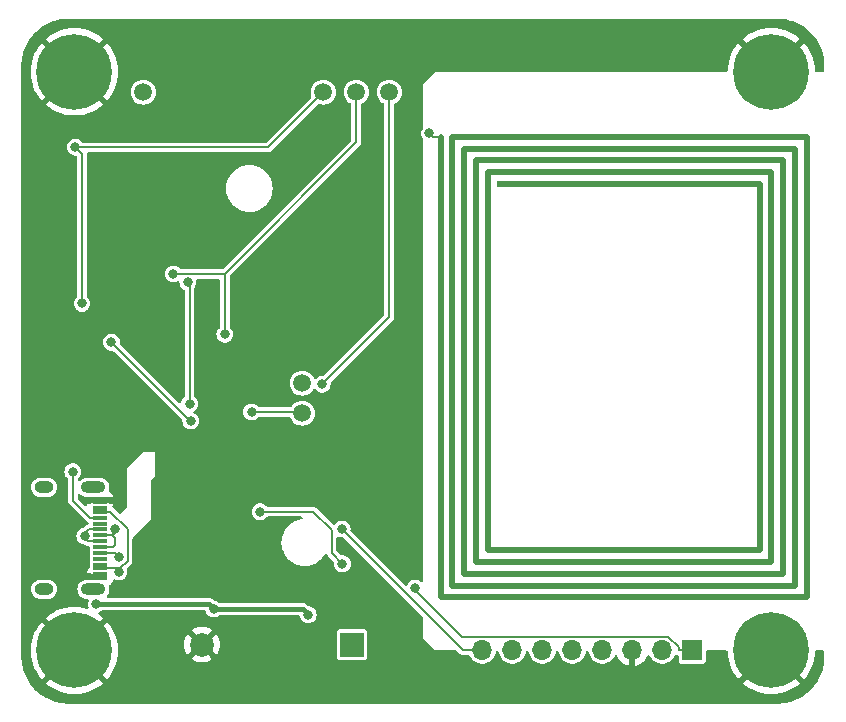
<source format=gbr>
%TF.GenerationSoftware,KiCad,Pcbnew,7.0.6-0*%
%TF.CreationDate,2023-08-18T22:24:39+03:00*%
%TF.ProjectId,iot-data-logger-nfc-samd21,696f742d-6461-4746-912d-6c6f67676572,rev?*%
%TF.SameCoordinates,Original*%
%TF.FileFunction,Copper,L2,Bot*%
%TF.FilePolarity,Positive*%
%FSLAX46Y46*%
G04 Gerber Fmt 4.6, Leading zero omitted, Abs format (unit mm)*
G04 Created by KiCad (PCBNEW 7.0.6-0) date 2023-08-18 22:24:39*
%MOMM*%
%LPD*%
G01*
G04 APERTURE LIST*
%TA.AperFunction,EtchedComponent*%
%ADD10C,0.500000*%
%TD*%
%TA.AperFunction,ComponentPad*%
%ADD11C,1.500000*%
%TD*%
%TA.AperFunction,ComponentPad*%
%ADD12R,1.700000X1.700000*%
%TD*%
%TA.AperFunction,ComponentPad*%
%ADD13O,1.700000X1.700000*%
%TD*%
%TA.AperFunction,ComponentPad*%
%ADD14C,0.800000*%
%TD*%
%TA.AperFunction,ComponentPad*%
%ADD15C,6.400000*%
%TD*%
%TA.AperFunction,ComponentPad*%
%ADD16C,0.600000*%
%TD*%
%TA.AperFunction,SMDPad,CuDef*%
%ADD17C,0.500000*%
%TD*%
%TA.AperFunction,ComponentPad*%
%ADD18O,1.600000X1.000000*%
%TD*%
%TA.AperFunction,ComponentPad*%
%ADD19O,2.100000X1.000000*%
%TD*%
%TA.AperFunction,SMDPad,CuDef*%
%ADD20R,1.150000X0.300000*%
%TD*%
%TA.AperFunction,ComponentPad*%
%ADD21R,2.000000X2.000000*%
%TD*%
%TA.AperFunction,ComponentPad*%
%ADD22C,2.000000*%
%TD*%
%TA.AperFunction,ViaPad*%
%ADD23C,0.800000*%
%TD*%
%TA.AperFunction,Conductor*%
%ADD24C,0.400000*%
%TD*%
%TA.AperFunction,Conductor*%
%ADD25C,0.200000*%
%TD*%
G04 APERTURE END LIST*
D10*
%TO.C,AE1*%
X93500000Y-89000000D02*
X93500000Y-50000000D01*
X93500000Y-89000000D02*
X124500000Y-89000000D01*
X94500000Y-50000000D02*
X124500000Y-50000000D01*
X94500000Y-88000000D02*
X94500000Y-50000000D01*
X94500000Y-88000000D02*
X123500000Y-88000000D01*
X95500000Y-51000000D02*
X123500000Y-51000000D01*
X95500000Y-87000000D02*
X95500000Y-51000000D01*
X95500000Y-87000000D02*
X122500000Y-87000000D01*
X96500000Y-52000000D02*
X122500000Y-52000000D01*
X96500000Y-86000000D02*
X96500000Y-52000000D01*
X96500000Y-86000000D02*
X121500000Y-86000000D01*
X97500000Y-53000000D02*
X121500000Y-53000000D01*
X97500000Y-85000000D02*
X97500000Y-53000000D01*
X97500000Y-85000000D02*
X120500000Y-85000000D01*
X98500000Y-54000000D02*
X120500000Y-54000000D01*
X120500000Y-85000000D02*
X120500000Y-54000000D01*
X121500000Y-86000000D02*
X121500000Y-53000000D01*
X122500000Y-87000000D02*
X122500000Y-52000000D01*
X123500000Y-88000000D02*
X123500000Y-51000000D01*
X124500000Y-89000000D02*
X124500000Y-50000000D01*
%TD*%
D11*
%TO.P,TP1,1,1*%
%TO.N,SDA*%
X83566000Y-46228000D03*
%TD*%
D12*
%TO.P,J1,1,Pin_1*%
%TO.N,~RESET*%
X114808000Y-93472000D03*
D13*
%TO.P,J1,2,Pin_2*%
%TO.N,+3V0*%
X112268000Y-93472000D03*
%TO.P,J1,3,Pin_3*%
%TO.N,GND*%
X109728000Y-93472000D03*
%TO.P,J1,4,Pin_4*%
%TO.N,unconnected-(J1-Pin_4-Pad4)*%
X107188000Y-93472000D03*
%TO.P,J1,5,Pin_5*%
%TO.N,SWDCLK*%
X104648000Y-93472000D03*
%TO.P,J1,6,Pin_6*%
%TO.N,unconnected-(J1-Pin_6-Pad6)*%
X102108000Y-93472000D03*
%TO.P,J1,7,Pin_7*%
%TO.N,unconnected-(J1-Pin_7-Pad7)*%
X99568000Y-93472000D03*
%TO.P,J1,8,Pin_8*%
%TO.N,SWDIO*%
X97028000Y-93472000D03*
%TD*%
D14*
%TO.P,H3,1,1*%
%TO.N,GND*%
X119100000Y-93500000D03*
X119802944Y-91802944D03*
X119802944Y-95197056D03*
X121500000Y-91100000D03*
D15*
X121500000Y-93500000D03*
D14*
X121500000Y-95900000D03*
X123197056Y-91802944D03*
X123197056Y-95197056D03*
X123900000Y-93500000D03*
%TD*%
D11*
%TO.P,TP6,1,1*%
%TO.N,NFC_INT*%
X89154000Y-46228000D03*
%TD*%
%TO.P,TP8,1,1*%
%TO.N,IMU_INT1*%
X81788000Y-70866000D03*
%TD*%
%TO.P,TP2,1,1*%
%TO.N,SCL*%
X86360000Y-46228000D03*
%TD*%
%TO.P,TP11,1,1*%
%TO.N,LIGHT_INT*%
X68326000Y-46228000D03*
%TD*%
D14*
%TO.P,H1,1,1*%
%TO.N,GND*%
X60100000Y-44500000D03*
X60802944Y-42802944D03*
X60802944Y-46197056D03*
X62500000Y-42100000D03*
D15*
X62500000Y-44500000D03*
D14*
X62500000Y-46900000D03*
X64197056Y-42802944D03*
X64197056Y-46197056D03*
X64900000Y-44500000D03*
%TD*%
D11*
%TO.P,TP9,1,1*%
%TO.N,IMU_INT2*%
X81788000Y-73406000D03*
%TD*%
D16*
%TO.P,AE1,*%
%TO.N,*%
X98500000Y-54000000D03*
D17*
%TO.P,AE1,2*%
%TO.N,Net-(U9-AC0)*%
X93500000Y-50000000D03*
%TD*%
D14*
%TO.P,H4,1,1*%
%TO.N,GND*%
X60100000Y-93500000D03*
X60802944Y-91802944D03*
X60802944Y-95197056D03*
X62500000Y-91100000D03*
D15*
X62500000Y-93500000D03*
D14*
X62500000Y-95900000D03*
X64197056Y-91802944D03*
X64197056Y-95197056D03*
X64900000Y-93500000D03*
%TD*%
%TO.P,H2,1,1*%
%TO.N,GND*%
X119100000Y-44500000D03*
X119802944Y-42802944D03*
X119802944Y-46197056D03*
X121500000Y-42100000D03*
D15*
X121500000Y-44500000D03*
D14*
X121500000Y-46900000D03*
X123197056Y-42802944D03*
X123197056Y-46197056D03*
X123900000Y-44500000D03*
%TD*%
D18*
%TO.P,J2,*%
%TO.N,*%
X59925000Y-88320000D03*
X59925000Y-79680000D03*
D19*
X64105000Y-79680000D03*
D20*
%TO.P,J2,A1,GND*%
%TO.N,GND*%
X64670000Y-87350000D03*
%TO.P,J2,A4,VBUS*%
%TO.N,Net-(D1-A)*%
X64670000Y-86550000D03*
%TO.P,J2,A5,CC1*%
%TO.N,Net-(J2-CC1)*%
X64670000Y-85250000D03*
%TO.P,J2,A6,D+*%
%TO.N,USB_D+*%
X64670000Y-84250000D03*
%TO.P,J2,A7,D-*%
%TO.N,USB_D-*%
X64670000Y-83750000D03*
%TO.P,J2,A8,SBU1*%
%TO.N,unconnected-(J2-SBU1-PadA8)*%
X64670000Y-82750000D03*
%TO.P,J2,A9,VBUS*%
%TO.N,Net-(D1-A)*%
X64670000Y-81450000D03*
%TO.P,J2,A12,GND*%
%TO.N,GND*%
X64670000Y-80650000D03*
%TO.P,J2,B1,GND*%
X64670000Y-80950000D03*
%TO.P,J2,B4,VBUS*%
%TO.N,Net-(D1-A)*%
X64670000Y-81750000D03*
%TO.P,J2,B5,CC2*%
%TO.N,Net-(J2-CC2)*%
X64670000Y-82250000D03*
%TO.P,J2,B6,D+*%
%TO.N,USB_D+*%
X64670000Y-83250000D03*
%TO.P,J2,B7,D-*%
%TO.N,USB_D-*%
X64670000Y-84750000D03*
%TO.P,J2,B8,SBU2*%
%TO.N,unconnected-(J2-SBU2-PadB8)*%
X64670000Y-85750000D03*
%TO.P,J2,B9,VBUS*%
%TO.N,Net-(D1-A)*%
X64670000Y-86250000D03*
%TO.P,J2,B12,GND*%
%TO.N,GND*%
X64670000Y-87050000D03*
D19*
%TO.P,J2,S1,SHIELD*%
%TO.N,Net-(D3-GND)*%
X64105000Y-88320000D03*
%TD*%
D21*
%TO.P,BT1,1,+*%
%TO.N,Net-(BT1-+)*%
X86000000Y-93000000D03*
D22*
%TO.P,BT1,2,-*%
%TO.N,GND*%
X73300000Y-93000000D03*
%TD*%
D23*
%TO.N,GND*%
X75184000Y-50038000D03*
X66929000Y-54102000D03*
X74295000Y-77216000D03*
X76200000Y-64516000D03*
X84328000Y-67310000D03*
X75946000Y-68453000D03*
X75946000Y-72898000D03*
X73279000Y-64516000D03*
X64516000Y-60579000D03*
X85725000Y-76962000D03*
X70993000Y-48006000D03*
X85852000Y-71501000D03*
X66294000Y-88519000D03*
X64897000Y-55626000D03*
X87503000Y-68961000D03*
X87122000Y-61468000D03*
X91313000Y-69342000D03*
X87122000Y-58293000D03*
X111379000Y-95758000D03*
X66929000Y-52324000D03*
X91313000Y-52324000D03*
%TO.N,+5V*%
X74287800Y-89980500D03*
X82296000Y-90464200D03*
X64352400Y-89560000D03*
%TO.N,SDA*%
X63143100Y-64121900D03*
X62586700Y-50900200D03*
%TO.N,SCL*%
X75228300Y-66733700D03*
X70882700Y-61613200D03*
%TO.N,SWDIO*%
X85162900Y-83214400D03*
%TO.N,SWDCLK*%
X78218400Y-81749700D03*
X85182700Y-86155900D03*
%TO.N,NFC_INT*%
X83480200Y-70953800D03*
%TO.N,Net-(D1-A)*%
X66273500Y-86853500D03*
%TO.N,TEMP_INT*%
X72343300Y-74055400D03*
X65627600Y-67397200D03*
%TO.N,SCK*%
X72250700Y-72600600D03*
X72103900Y-62340300D03*
%TO.N,USB_D+*%
X63373000Y-83820000D03*
%TO.N,USB_D-*%
X65913000Y-83185000D03*
%TO.N,~RESET*%
X91333400Y-88213700D03*
%TO.N,IMU_INT2*%
X77498500Y-73314000D03*
%TO.N,Net-(J2-CC1)*%
X66293300Y-85576400D03*
%TO.N,Net-(J2-CC2)*%
X62357000Y-78359000D03*
%TO.N,Net-(U9-AC0)*%
X92550500Y-49725400D03*
%TD*%
D24*
%TO.N,+5V*%
X73867300Y-89560000D02*
X64352400Y-89560000D01*
X74287800Y-89980500D02*
X81812300Y-89980500D01*
X74287800Y-89980500D02*
X73867300Y-89560000D01*
X81812300Y-89980500D02*
X82296000Y-90464200D01*
D25*
%TO.N,SDA*%
X63143100Y-64121900D02*
X63143100Y-51456600D01*
X63143100Y-51456600D02*
X62586700Y-50900200D01*
X83566000Y-46228000D02*
X78893800Y-50900200D01*
X78893800Y-50900200D02*
X62586700Y-50900200D01*
%TO.N,SCL*%
X86360000Y-46228000D02*
X86360000Y-50481500D01*
X86360000Y-50481500D02*
X75228300Y-61613200D01*
X75228300Y-61613200D02*
X70882700Y-61613200D01*
X75228300Y-61613200D02*
X75228300Y-66733700D01*
%TO.N,SWDIO*%
X95420500Y-93472000D02*
X97028000Y-93472000D01*
X85162900Y-83214400D02*
X95420500Y-93472000D01*
%TO.N,SWDCLK*%
X78218400Y-81749700D02*
X82717500Y-81749700D01*
X84276900Y-83309100D02*
X84276900Y-85250100D01*
X82717500Y-81749700D02*
X84276900Y-83309100D01*
X84276900Y-85250100D02*
X85182700Y-86155900D01*
%TO.N,NFC_INT*%
X89154000Y-65280000D02*
X83480200Y-70953800D01*
X89154000Y-46228000D02*
X89154000Y-65280000D01*
%TO.N,Net-(D1-A)*%
X64670000Y-81750000D02*
X65546900Y-81750000D01*
X66273500Y-86550000D02*
X64670000Y-86550000D01*
X67005200Y-83208300D02*
X67005200Y-85920400D01*
X66375600Y-86550000D02*
X66273500Y-86550000D01*
X64670000Y-81450000D02*
X64670000Y-81750000D01*
X64670000Y-86550000D02*
X64670000Y-86250000D01*
X67005200Y-85920400D02*
X66375600Y-86550000D01*
X66273500Y-86550000D02*
X66273500Y-86853500D01*
X65546900Y-81750000D02*
X67005200Y-83208300D01*
%TO.N,TEMP_INT*%
X72285800Y-74055400D02*
X65627600Y-67397200D01*
X72343300Y-74055400D02*
X72285800Y-74055400D01*
%TO.N,SCK*%
X72103900Y-62340300D02*
X72250700Y-62487100D01*
X72250700Y-62487100D02*
X72250700Y-72600600D01*
%TO.N,USB_D+*%
X63689000Y-83250000D02*
X63500000Y-83439000D01*
X63500000Y-83947000D02*
X63500000Y-84050000D01*
X63500000Y-83439000D02*
X63500000Y-83693000D01*
X63676000Y-84250000D02*
X64670000Y-84250000D01*
X63500000Y-84074000D02*
X63676000Y-84250000D01*
X64670000Y-83250000D02*
X63689000Y-83250000D01*
X63500000Y-83693000D02*
X63373000Y-83820000D01*
X63373000Y-83820000D02*
X63500000Y-83947000D01*
X63500000Y-84050000D02*
X63500000Y-84074000D01*
%TO.N,USB_D-*%
X64670000Y-84750000D02*
X65745000Y-84750000D01*
X65913000Y-84582000D02*
X65913000Y-83947000D01*
X65913000Y-83223100D02*
X65913000Y-83553000D01*
X65716000Y-83750000D02*
X64670000Y-83750000D01*
X65913000Y-83947000D02*
X65716000Y-83750000D01*
X65745000Y-84750000D02*
X65913000Y-84582000D01*
X65913000Y-83553000D02*
X65716000Y-83750000D01*
%TO.N,~RESET*%
X113656100Y-93472000D02*
X113656100Y-93183900D01*
X112792300Y-92320100D02*
X95301200Y-92320100D01*
X114808000Y-93472000D02*
X113656100Y-93472000D01*
X91333400Y-88352300D02*
X91333400Y-88213700D01*
X95301200Y-92320100D02*
X91333400Y-88352300D01*
X113656100Y-93183900D02*
X112792300Y-92320100D01*
%TO.N,IMU_INT2*%
X77498500Y-73314000D02*
X81696000Y-73314000D01*
X81696000Y-73314000D02*
X81788000Y-73406000D01*
%TO.N,Net-(J2-CC1)*%
X65966900Y-85250000D02*
X64670000Y-85250000D01*
X66293300Y-85576400D02*
X65966900Y-85250000D01*
%TO.N,Net-(J2-CC2)*%
X63793100Y-82250000D02*
X64670000Y-82250000D01*
X62357000Y-78359000D02*
X62357000Y-80813900D01*
X62357000Y-80813900D02*
X63793100Y-82250000D01*
%TO.N,Net-(U9-AC0)*%
X93500000Y-50000000D02*
X92825100Y-50000000D01*
X92825100Y-50000000D02*
X92550500Y-49725400D01*
%TD*%
%TA.AperFunction,Conductor*%
%TO.N,GND*%
G36*
X64356420Y-95002867D02*
G01*
X64294601Y-94961561D01*
X64221680Y-94947056D01*
X64172432Y-94947056D01*
X64099511Y-94961561D01*
X64016816Y-95016816D01*
X63961561Y-95099511D01*
X63942158Y-95197056D01*
X63961561Y-95294601D01*
X64002867Y-95356420D01*
X63444180Y-94797733D01*
X63634870Y-94634870D01*
X63797733Y-94444180D01*
X64356420Y-95002867D01*
G37*
%TD.AperFunction*%
%TA.AperFunction,Conductor*%
G36*
X61365130Y-94634870D02*
G01*
X61555819Y-94797733D01*
X60997135Y-95356416D01*
X61038439Y-95294601D01*
X61057842Y-95197056D01*
X61038439Y-95099511D01*
X60983184Y-95016816D01*
X60900489Y-94961561D01*
X60827568Y-94947056D01*
X60778320Y-94947056D01*
X60705399Y-94961561D01*
X60643576Y-95002869D01*
X61202266Y-94444179D01*
X61365130Y-94634870D01*
G37*
%TD.AperFunction*%
%TA.AperFunction,Conductor*%
G36*
X61555819Y-92202266D02*
G01*
X61365130Y-92365130D01*
X61202266Y-92555818D01*
X60643582Y-91997134D01*
X60705399Y-92038439D01*
X60778320Y-92052944D01*
X60827568Y-92052944D01*
X60900489Y-92038439D01*
X60983184Y-91983184D01*
X61038439Y-91900489D01*
X61057842Y-91802944D01*
X61038439Y-91705399D01*
X60997133Y-91643581D01*
X61555819Y-92202266D01*
G37*
%TD.AperFunction*%
%TA.AperFunction,Conductor*%
G36*
X63961561Y-91705399D02*
G01*
X63942158Y-91802944D01*
X63961561Y-91900489D01*
X64016816Y-91983184D01*
X64099511Y-92038439D01*
X64172432Y-92052944D01*
X64221680Y-92052944D01*
X64294601Y-92038439D01*
X64356415Y-91997135D01*
X63797732Y-92555818D01*
X63634870Y-92365130D01*
X63444180Y-92202266D01*
X64002867Y-91643578D01*
X63961561Y-91705399D01*
G37*
%TD.AperFunction*%
%TA.AperFunction,Conductor*%
G36*
X64356420Y-46002867D02*
G01*
X64294601Y-45961561D01*
X64221680Y-45947056D01*
X64172432Y-45947056D01*
X64099511Y-45961561D01*
X64016816Y-46016816D01*
X63961561Y-46099511D01*
X63942158Y-46197056D01*
X63961561Y-46294601D01*
X64002867Y-46356420D01*
X63444180Y-45797733D01*
X63634870Y-45634870D01*
X63797733Y-45444180D01*
X64356420Y-46002867D01*
G37*
%TD.AperFunction*%
%TA.AperFunction,Conductor*%
G36*
X61365130Y-45634870D02*
G01*
X61555819Y-45797733D01*
X60997135Y-46356416D01*
X61038439Y-46294601D01*
X61057842Y-46197056D01*
X61038439Y-46099511D01*
X60983184Y-46016816D01*
X60900489Y-45961561D01*
X60827568Y-45947056D01*
X60778320Y-45947056D01*
X60705399Y-45961561D01*
X60643577Y-46002868D01*
X61202266Y-45444180D01*
X61365130Y-45634870D01*
G37*
%TD.AperFunction*%
%TA.AperFunction,Conductor*%
G36*
X61555819Y-43202266D02*
G01*
X61365130Y-43365130D01*
X61202266Y-43555818D01*
X60643582Y-42997134D01*
X60705399Y-43038439D01*
X60778320Y-43052944D01*
X60827568Y-43052944D01*
X60900489Y-43038439D01*
X60983184Y-42983184D01*
X61038439Y-42900489D01*
X61057842Y-42802944D01*
X61038439Y-42705399D01*
X60997133Y-42643581D01*
X61555819Y-43202266D01*
G37*
%TD.AperFunction*%
%TA.AperFunction,Conductor*%
G36*
X63961561Y-42705399D02*
G01*
X63942158Y-42802944D01*
X63961561Y-42900489D01*
X64016816Y-42983184D01*
X64099511Y-43038439D01*
X64172432Y-43052944D01*
X64221680Y-43052944D01*
X64294601Y-43038439D01*
X64356415Y-42997135D01*
X63797732Y-43555818D01*
X63634870Y-43365130D01*
X63444180Y-43202266D01*
X64002867Y-42643578D01*
X63961561Y-42705399D01*
G37*
%TD.AperFunction*%
%TA.AperFunction,Conductor*%
G36*
X122001423Y-40000566D02*
G01*
X122040986Y-40002394D01*
X122172950Y-40008495D01*
X122372549Y-40018302D01*
X122378048Y-40018819D01*
X122563357Y-40044668D01*
X122749828Y-40072329D01*
X122754871Y-40073294D01*
X122939341Y-40116681D01*
X123120221Y-40161989D01*
X123124797Y-40163327D01*
X123305568Y-40223916D01*
X123480339Y-40286450D01*
X123484471Y-40288100D01*
X123542986Y-40313936D01*
X123659474Y-40365370D01*
X123826973Y-40444592D01*
X123830601Y-40446457D01*
X123998128Y-40539770D01*
X123998142Y-40539778D01*
X124156964Y-40634972D01*
X124160119Y-40636996D01*
X124318603Y-40745559D01*
X124467377Y-40855897D01*
X124470001Y-40857957D01*
X124618027Y-40980876D01*
X124755321Y-41105314D01*
X124757514Y-41107402D01*
X124892596Y-41242484D01*
X124894687Y-41244680D01*
X125019129Y-41381980D01*
X125142034Y-41529989D01*
X125144109Y-41532632D01*
X125254443Y-41681400D01*
X125363002Y-41839879D01*
X125365032Y-41843044D01*
X125460221Y-42001857D01*
X125553527Y-42169371D01*
X125555410Y-42173034D01*
X125634638Y-42340547D01*
X125711899Y-42515527D01*
X125713558Y-42519685D01*
X125776093Y-42694459D01*
X125836662Y-42875173D01*
X125838018Y-42879812D01*
X125883317Y-43060654D01*
X125926696Y-43245090D01*
X125927672Y-43250189D01*
X125955337Y-43436689D01*
X125981177Y-43621933D01*
X125981697Y-43627459D01*
X125991512Y-43827229D01*
X125999434Y-43998575D01*
X125999500Y-44001439D01*
X125999500Y-44376000D01*
X125979815Y-44443039D01*
X125927011Y-44488794D01*
X125875500Y-44500000D01*
X125322749Y-44500000D01*
X125255710Y-44480315D01*
X125209955Y-44427511D01*
X125198919Y-44382490D01*
X125184780Y-44112712D01*
X125124113Y-43729676D01*
X125124112Y-43729669D01*
X125023737Y-43355063D01*
X124884755Y-42993005D01*
X124708689Y-42647456D01*
X124497468Y-42322206D01*
X124288904Y-42064649D01*
X124288903Y-42064648D01*
X123391248Y-42962302D01*
X123432551Y-42900489D01*
X123451954Y-42802944D01*
X123432551Y-42705399D01*
X123377296Y-42622704D01*
X123294601Y-42567449D01*
X123221680Y-42552944D01*
X123172432Y-42552944D01*
X123099511Y-42567449D01*
X123037690Y-42608755D01*
X123935350Y-41711096D01*
X123935350Y-41711095D01*
X123677793Y-41502531D01*
X123352543Y-41291310D01*
X123006994Y-41115244D01*
X122644936Y-40976262D01*
X122270330Y-40875887D01*
X122270323Y-40875886D01*
X121887287Y-40815219D01*
X121500001Y-40794922D01*
X121499999Y-40794922D01*
X121112712Y-40815219D01*
X120729676Y-40875886D01*
X120729669Y-40875887D01*
X120355063Y-40976262D01*
X119993005Y-41115244D01*
X119647456Y-41291310D01*
X119322206Y-41502531D01*
X119064648Y-41711095D01*
X119064648Y-41711096D01*
X119962306Y-42608754D01*
X119900489Y-42567449D01*
X119827568Y-42552944D01*
X119778320Y-42552944D01*
X119705399Y-42567449D01*
X119622704Y-42622704D01*
X119567449Y-42705399D01*
X119548046Y-42802944D01*
X119567449Y-42900489D01*
X119608754Y-42962306D01*
X118711096Y-42064648D01*
X118711095Y-42064648D01*
X118502531Y-42322206D01*
X118291310Y-42647456D01*
X118115244Y-42993005D01*
X117976262Y-43355063D01*
X117875887Y-43729669D01*
X117875886Y-43729676D01*
X117815219Y-44112712D01*
X117801081Y-44382490D01*
X117777915Y-44448407D01*
X117722789Y-44491336D01*
X117677251Y-44500000D01*
X92999999Y-44500000D01*
X92000000Y-45499999D01*
X92000000Y-49242712D01*
X91980315Y-49309751D01*
X91978050Y-49313152D01*
X91921402Y-49395221D01*
X91921401Y-49395222D01*
X91860665Y-49555370D01*
X91840020Y-49725399D01*
X91840020Y-49725400D01*
X91860665Y-49895429D01*
X91921402Y-50055580D01*
X91921403Y-50055582D01*
X91978049Y-50137646D01*
X91999933Y-50204001D01*
X92000000Y-50208087D01*
X92000000Y-87586468D01*
X91980315Y-87653507D01*
X91927511Y-87699262D01*
X91858353Y-87709206D01*
X91794797Y-87680181D01*
X91793773Y-87679283D01*
X91737000Y-87628986D01*
X91585338Y-87549389D01*
X91419040Y-87508400D01*
X91419039Y-87508400D01*
X91247761Y-87508400D01*
X91247760Y-87508400D01*
X91081461Y-87549389D01*
X90929802Y-87628985D01*
X90801598Y-87742564D01*
X90801596Y-87742567D01*
X90704301Y-87883521D01*
X90704300Y-87883524D01*
X90690066Y-87921055D01*
X90647887Y-87976757D01*
X90582289Y-88000813D01*
X90514099Y-87985585D01*
X90486444Y-87964763D01*
X85901206Y-83379525D01*
X85867721Y-83318202D01*
X85865791Y-83276900D01*
X85873380Y-83214400D01*
X85852735Y-83044371D01*
X85791999Y-82884223D01*
X85787476Y-82877671D01*
X85697005Y-82746602D01*
X85694702Y-82743265D01*
X85566499Y-82629686D01*
X85414840Y-82550090D01*
X85414839Y-82550089D01*
X85414838Y-82550089D01*
X85248540Y-82509100D01*
X85248539Y-82509100D01*
X85077261Y-82509100D01*
X85077260Y-82509100D01*
X84910961Y-82550089D01*
X84759302Y-82629685D01*
X84631098Y-82743264D01*
X84631094Y-82743269D01*
X84573973Y-82826022D01*
X84519690Y-82870012D01*
X84450241Y-82877671D01*
X84387677Y-82846566D01*
X84384243Y-82843262D01*
X83695981Y-82155000D01*
X82981536Y-81440555D01*
X82958699Y-81417718D01*
X82958698Y-81417717D01*
X82958697Y-81417716D01*
X82938617Y-81407485D01*
X82922029Y-81397320D01*
X82903796Y-81384073D01*
X82903792Y-81384071D01*
X82882354Y-81377105D01*
X82864384Y-81369661D01*
X82844306Y-81359431D01*
X82822048Y-81355906D01*
X82803131Y-81351365D01*
X82781695Y-81344400D01*
X82781693Y-81344400D01*
X82749397Y-81344400D01*
X78860725Y-81344400D01*
X78793686Y-81324715D01*
X78758676Y-81290841D01*
X78750205Y-81278569D01*
X78750201Y-81278564D01*
X78722949Y-81254421D01*
X78621999Y-81164986D01*
X78470340Y-81085390D01*
X78470339Y-81085389D01*
X78470338Y-81085389D01*
X78304040Y-81044400D01*
X78304039Y-81044400D01*
X78132761Y-81044400D01*
X78132760Y-81044400D01*
X77966461Y-81085389D01*
X77814802Y-81164985D01*
X77686598Y-81278564D01*
X77686596Y-81278567D01*
X77589301Y-81419521D01*
X77589301Y-81419522D01*
X77528565Y-81579670D01*
X77507920Y-81749699D01*
X77507920Y-81749700D01*
X77528565Y-81919729D01*
X77589301Y-82079877D01*
X77589301Y-82079878D01*
X77641155Y-82155000D01*
X77686598Y-82220835D01*
X77814801Y-82334414D01*
X77966460Y-82414010D01*
X78032928Y-82430393D01*
X78132760Y-82455000D01*
X78132761Y-82455000D01*
X78304040Y-82455000D01*
X78403872Y-82430393D01*
X78470340Y-82414010D01*
X78621999Y-82334414D01*
X78750202Y-82220835D01*
X78758675Y-82208559D01*
X78812959Y-82164569D01*
X78860725Y-82155000D01*
X81689236Y-82155000D01*
X81756275Y-82174685D01*
X81802030Y-82227489D01*
X81811974Y-82296647D01*
X81782949Y-82360203D01*
X81724171Y-82397977D01*
X81715594Y-82400166D01*
X81442022Y-82459678D01*
X81442017Y-82459679D01*
X81442016Y-82459680D01*
X81411374Y-82471109D01*
X81177249Y-82558432D01*
X81177245Y-82558434D01*
X80929241Y-82693855D01*
X80929233Y-82693860D01*
X80703025Y-82863196D01*
X80703007Y-82863212D01*
X80503212Y-83063007D01*
X80503196Y-83063025D01*
X80333860Y-83289233D01*
X80333855Y-83289241D01*
X80198434Y-83537245D01*
X80198432Y-83537249D01*
X80123555Y-83738003D01*
X80100763Y-83799114D01*
X80099678Y-83802022D01*
X80039613Y-84078133D01*
X80019454Y-84359998D01*
X80019454Y-84360001D01*
X80039613Y-84641866D01*
X80099678Y-84917977D01*
X80099680Y-84917984D01*
X80137502Y-85019388D01*
X80198432Y-85182750D01*
X80198434Y-85182754D01*
X80333855Y-85430758D01*
X80333860Y-85430766D01*
X80503196Y-85656974D01*
X80503212Y-85656992D01*
X80703007Y-85856787D01*
X80703025Y-85856803D01*
X80929233Y-86026139D01*
X80929241Y-86026144D01*
X81177245Y-86161565D01*
X81177249Y-86161567D01*
X81177251Y-86161568D01*
X81442016Y-86260320D01*
X81580077Y-86290353D01*
X81718133Y-86320386D01*
X81718135Y-86320386D01*
X81718139Y-86320387D01*
X81929447Y-86335500D01*
X82070553Y-86335500D01*
X82281861Y-86320387D01*
X82557984Y-86260320D01*
X82822749Y-86161568D01*
X83070764Y-86026141D01*
X83296982Y-85856797D01*
X83496797Y-85656982D01*
X83666141Y-85430764D01*
X83680808Y-85403902D01*
X83730212Y-85354497D01*
X83798485Y-85339644D01*
X83863950Y-85364059D01*
X83905822Y-85419992D01*
X83907570Y-85425004D01*
X83911270Y-85436389D01*
X83911273Y-85436396D01*
X83924520Y-85454629D01*
X83934685Y-85471217D01*
X83944916Y-85491297D01*
X83944917Y-85491298D01*
X83944918Y-85491299D01*
X83967754Y-85514135D01*
X83967755Y-85514136D01*
X84279340Y-85825721D01*
X84444393Y-85990774D01*
X84477878Y-86052097D01*
X84479808Y-86093400D01*
X84472220Y-86155899D01*
X84472220Y-86155900D01*
X84492865Y-86325929D01*
X84553601Y-86486077D01*
X84553601Y-86486078D01*
X84615773Y-86576148D01*
X84650898Y-86627035D01*
X84779101Y-86740614D01*
X84930760Y-86820210D01*
X85013910Y-86840705D01*
X85097060Y-86861200D01*
X85097061Y-86861200D01*
X85268340Y-86861200D01*
X85323772Y-86847536D01*
X85434640Y-86820210D01*
X85586299Y-86740614D01*
X85714502Y-86627035D01*
X85811799Y-86486077D01*
X85872535Y-86325929D01*
X85893180Y-86155900D01*
X85872535Y-85985871D01*
X85811799Y-85825723D01*
X85714502Y-85684765D01*
X85586299Y-85571186D01*
X85434640Y-85491590D01*
X85434639Y-85491589D01*
X85434638Y-85491589D01*
X85268340Y-85450600D01*
X85268339Y-85450600D01*
X85101943Y-85450600D01*
X85034904Y-85430915D01*
X85014262Y-85414281D01*
X84718519Y-85118537D01*
X84685034Y-85057214D01*
X84682200Y-85030856D01*
X84682200Y-83963768D01*
X84701885Y-83896729D01*
X84754689Y-83850974D01*
X84823847Y-83841030D01*
X84863823Y-83853971D01*
X84910960Y-83878709D01*
X84910960Y-83878710D01*
X85077260Y-83919700D01*
X85243657Y-83919700D01*
X85310696Y-83939385D01*
X85331338Y-83956019D01*
X91963681Y-90588362D01*
X91997166Y-90649685D01*
X92000000Y-90676043D01*
X92000000Y-92500000D01*
X93000000Y-93500000D01*
X94823957Y-93500000D01*
X94890996Y-93519685D01*
X94911638Y-93536319D01*
X95088518Y-93713199D01*
X95179301Y-93803982D01*
X95191970Y-93810437D01*
X95199380Y-93814213D01*
X95215968Y-93824378D01*
X95234204Y-93837627D01*
X95255634Y-93844590D01*
X95273612Y-93852036D01*
X95293690Y-93862266D01*
X95293694Y-93862268D01*
X95315953Y-93865792D01*
X95334868Y-93870333D01*
X95356307Y-93877300D01*
X95388603Y-93877300D01*
X95862435Y-93877300D01*
X95929474Y-93896985D01*
X95973435Y-93946028D01*
X96041536Y-94082792D01*
X96170567Y-94253657D01*
X96328793Y-94397898D01*
X96328795Y-94397900D01*
X96510829Y-94510610D01*
X96510830Y-94510610D01*
X96510833Y-94510612D01*
X96710483Y-94587957D01*
X96920946Y-94627300D01*
X96920948Y-94627300D01*
X97135052Y-94627300D01*
X97135054Y-94627300D01*
X97345517Y-94587957D01*
X97545167Y-94510612D01*
X97727206Y-94397899D01*
X97878411Y-94260057D01*
X97885432Y-94253657D01*
X97904331Y-94228631D01*
X98014464Y-94082792D01*
X98109900Y-93891130D01*
X98168494Y-93685195D01*
X98174529Y-93620062D01*
X98200315Y-93555126D01*
X98257115Y-93514438D01*
X98326896Y-93510918D01*
X98387503Y-93545683D01*
X98419693Y-93607696D01*
X98421470Y-93620058D01*
X98427506Y-93685195D01*
X98436376Y-93716369D01*
X98486099Y-93891127D01*
X98486104Y-93891140D01*
X98581536Y-94082792D01*
X98710567Y-94253657D01*
X98868793Y-94397898D01*
X98868795Y-94397900D01*
X99050829Y-94510610D01*
X99050830Y-94510610D01*
X99050833Y-94510612D01*
X99250483Y-94587957D01*
X99460946Y-94627300D01*
X99460948Y-94627300D01*
X99675052Y-94627300D01*
X99675054Y-94627300D01*
X99885517Y-94587957D01*
X100085167Y-94510612D01*
X100267206Y-94397899D01*
X100418411Y-94260057D01*
X100425432Y-94253657D01*
X100444331Y-94228631D01*
X100554464Y-94082792D01*
X100649900Y-93891130D01*
X100708494Y-93685195D01*
X100714529Y-93620062D01*
X100740315Y-93555126D01*
X100797115Y-93514438D01*
X100866896Y-93510918D01*
X100927503Y-93545683D01*
X100959693Y-93607696D01*
X100961470Y-93620058D01*
X100967506Y-93685195D01*
X100976376Y-93716369D01*
X101026099Y-93891127D01*
X101026104Y-93891140D01*
X101121536Y-94082792D01*
X101250567Y-94253657D01*
X101408793Y-94397898D01*
X101408795Y-94397900D01*
X101590829Y-94510610D01*
X101590830Y-94510610D01*
X101590833Y-94510612D01*
X101790483Y-94587957D01*
X102000946Y-94627300D01*
X102000948Y-94627300D01*
X102215052Y-94627300D01*
X102215054Y-94627300D01*
X102425517Y-94587957D01*
X102625167Y-94510612D01*
X102807206Y-94397899D01*
X102958411Y-94260057D01*
X102965432Y-94253657D01*
X102984331Y-94228631D01*
X103094464Y-94082792D01*
X103189900Y-93891130D01*
X103248494Y-93685195D01*
X103254529Y-93620061D01*
X103280313Y-93555127D01*
X103337113Y-93514439D01*
X103406893Y-93510917D01*
X103467501Y-93545682D01*
X103499692Y-93607694D01*
X103501470Y-93620062D01*
X103506771Y-93677269D01*
X103507506Y-93685195D01*
X103516376Y-93716369D01*
X103566099Y-93891127D01*
X103566104Y-93891140D01*
X103661536Y-94082792D01*
X103790567Y-94253657D01*
X103948793Y-94397898D01*
X103948795Y-94397900D01*
X104130829Y-94510610D01*
X104130830Y-94510610D01*
X104130833Y-94510612D01*
X104330483Y-94587957D01*
X104540946Y-94627300D01*
X104540948Y-94627300D01*
X104755052Y-94627300D01*
X104755054Y-94627300D01*
X104965517Y-94587957D01*
X105165167Y-94510612D01*
X105347206Y-94397899D01*
X105498411Y-94260057D01*
X105505432Y-94253657D01*
X105524331Y-94228631D01*
X105634464Y-94082792D01*
X105729900Y-93891130D01*
X105788494Y-93685195D01*
X105794529Y-93620062D01*
X105820315Y-93555126D01*
X105877115Y-93514438D01*
X105946896Y-93510918D01*
X106007503Y-93545683D01*
X106039693Y-93607696D01*
X106041470Y-93620058D01*
X106047506Y-93685195D01*
X106056376Y-93716369D01*
X106106099Y-93891127D01*
X106106104Y-93891140D01*
X106201536Y-94082792D01*
X106330567Y-94253657D01*
X106488793Y-94397898D01*
X106488795Y-94397900D01*
X106670829Y-94510610D01*
X106670830Y-94510610D01*
X106670833Y-94510612D01*
X106870483Y-94587957D01*
X107080946Y-94627300D01*
X107080948Y-94627300D01*
X107295052Y-94627300D01*
X107295054Y-94627300D01*
X107505517Y-94587957D01*
X107705167Y-94510612D01*
X107887206Y-94397899D01*
X108038411Y-94260057D01*
X108045432Y-94253657D01*
X108064331Y-94228631D01*
X108174464Y-94082792D01*
X108239916Y-93951345D01*
X108287418Y-93900109D01*
X108355081Y-93882687D01*
X108421421Y-93904612D01*
X108463298Y-93954212D01*
X108554399Y-94149578D01*
X108689894Y-94343082D01*
X108856917Y-94510105D01*
X109050421Y-94645600D01*
X109264507Y-94745429D01*
X109264516Y-94745433D01*
X109478000Y-94802634D01*
X109478000Y-93907501D01*
X109585685Y-93956680D01*
X109692237Y-93972000D01*
X109763763Y-93972000D01*
X109870315Y-93956680D01*
X109978000Y-93907501D01*
X109978000Y-94802633D01*
X110191483Y-94745433D01*
X110191492Y-94745429D01*
X110405578Y-94645600D01*
X110599082Y-94510105D01*
X110766105Y-94343082D01*
X110901600Y-94149578D01*
X110992701Y-93954212D01*
X111038873Y-93901773D01*
X111106067Y-93882621D01*
X111172948Y-93902837D01*
X111216083Y-93951345D01*
X111281536Y-94082792D01*
X111410567Y-94253657D01*
X111568793Y-94397898D01*
X111568795Y-94397900D01*
X111750829Y-94510610D01*
X111750830Y-94510610D01*
X111750833Y-94510612D01*
X111950483Y-94587957D01*
X112160946Y-94627300D01*
X112160948Y-94627300D01*
X112375052Y-94627300D01*
X112375054Y-94627300D01*
X112585517Y-94587957D01*
X112785167Y-94510612D01*
X112967206Y-94397899D01*
X113118411Y-94260057D01*
X113125432Y-94253657D01*
X113144331Y-94228631D01*
X113254464Y-94082792D01*
X113294981Y-94001423D01*
X113341883Y-93907231D01*
X113389386Y-93855993D01*
X113457048Y-93838572D01*
X113509174Y-93852016D01*
X113529294Y-93862268D01*
X113548097Y-93865246D01*
X113611230Y-93895173D01*
X113648163Y-93954484D01*
X113652700Y-93987719D01*
X113652700Y-94367571D01*
X113652702Y-94367594D01*
X113655661Y-94393106D01*
X113655662Y-94393109D01*
X113701765Y-94497524D01*
X113701766Y-94497525D01*
X113782475Y-94578234D01*
X113886891Y-94624338D01*
X113912421Y-94627300D01*
X115703578Y-94627299D01*
X115729109Y-94624338D01*
X115833525Y-94578234D01*
X115914234Y-94497525D01*
X115960338Y-94393109D01*
X115963300Y-94367579D01*
X115963300Y-93624000D01*
X115982985Y-93556961D01*
X116035789Y-93511206D01*
X116087300Y-93500000D01*
X117677251Y-93500000D01*
X117744290Y-93519685D01*
X117790045Y-93572489D01*
X117801081Y-93617510D01*
X117815219Y-93887287D01*
X117875886Y-94270323D01*
X117875887Y-94270330D01*
X117976262Y-94644936D01*
X118115244Y-95006994D01*
X118291310Y-95352543D01*
X118502531Y-95677793D01*
X118711095Y-95935350D01*
X118711096Y-95935350D01*
X119608756Y-95037689D01*
X119567449Y-95099511D01*
X119548046Y-95197056D01*
X119567449Y-95294601D01*
X119622704Y-95377296D01*
X119705399Y-95432551D01*
X119778320Y-95447056D01*
X119827568Y-95447056D01*
X119900489Y-95432551D01*
X119962304Y-95391247D01*
X119064648Y-96288903D01*
X119064649Y-96288904D01*
X119322206Y-96497468D01*
X119647456Y-96708689D01*
X119993005Y-96884755D01*
X120355063Y-97023737D01*
X120729669Y-97124112D01*
X120729676Y-97124113D01*
X121112712Y-97184780D01*
X121499999Y-97205078D01*
X121500001Y-97205078D01*
X121887287Y-97184780D01*
X122270323Y-97124113D01*
X122270330Y-97124112D01*
X122644936Y-97023737D01*
X123006994Y-96884755D01*
X123352543Y-96708689D01*
X123677783Y-96497476D01*
X123677785Y-96497475D01*
X123935349Y-96288902D01*
X123037691Y-95391244D01*
X123099511Y-95432551D01*
X123172432Y-95447056D01*
X123221680Y-95447056D01*
X123294601Y-95432551D01*
X123377296Y-95377296D01*
X123432551Y-95294601D01*
X123451954Y-95197056D01*
X123432551Y-95099511D01*
X123391244Y-95037691D01*
X124288902Y-95935349D01*
X124497475Y-95677785D01*
X124497476Y-95677783D01*
X124708689Y-95352543D01*
X124884755Y-95006994D01*
X125023737Y-94644936D01*
X125124112Y-94270330D01*
X125124113Y-94270323D01*
X125184780Y-93887287D01*
X125198919Y-93617510D01*
X125222085Y-93551593D01*
X125277211Y-93508664D01*
X125322749Y-93500000D01*
X125875499Y-93500000D01*
X125942538Y-93519685D01*
X125988293Y-93572489D01*
X125999499Y-93624000D01*
X125999499Y-94168732D01*
X125999244Y-94174345D01*
X125985260Y-94328241D01*
X125963749Y-94556897D01*
X125962950Y-94562565D01*
X125934736Y-94712416D01*
X125928511Y-94745477D01*
X125888996Y-94944851D01*
X125887736Y-94950029D01*
X125834506Y-95134037D01*
X125776400Y-95323536D01*
X125774767Y-95328192D01*
X125703371Y-95508462D01*
X125627069Y-95689243D01*
X125625152Y-95693358D01*
X125536289Y-95867177D01*
X125442442Y-96038456D01*
X125440330Y-96042022D01*
X125334845Y-96207287D01*
X125224320Y-96367768D01*
X125222101Y-96370790D01*
X125100987Y-96525694D01*
X124974806Y-96673998D01*
X124972563Y-96676493D01*
X124837997Y-96818335D01*
X124835909Y-96820433D01*
X124696305Y-96954177D01*
X124694119Y-96956174D01*
X124546663Y-97084519D01*
X124544074Y-97086652D01*
X124390474Y-97206382D01*
X124230537Y-97320736D01*
X124227422Y-97322823D01*
X124062348Y-97426373D01*
X123892718Y-97524675D01*
X123889065Y-97526632D01*
X123713936Y-97613048D01*
X123536445Y-97694390D01*
X123532252Y-97696129D01*
X123348390Y-97764606D01*
X123165209Y-97828217D01*
X123160487Y-97829648D01*
X122968693Y-97879575D01*
X122782551Y-97924878D01*
X122777323Y-97925915D01*
X122765914Y-97927672D01*
X122576382Y-97956858D01*
X122392231Y-97983418D01*
X122386534Y-97983972D01*
X122156932Y-97995677D01*
X122067939Y-97999929D01*
X122064979Y-98000000D01*
X70161477Y-98000000D01*
X62001437Y-97999500D01*
X61998577Y-97999434D01*
X61827238Y-97991512D01*
X61627459Y-97981697D01*
X61621933Y-97981177D01*
X61436689Y-97955337D01*
X61250189Y-97927672D01*
X61245090Y-97926696D01*
X61060654Y-97883317D01*
X60879812Y-97838018D01*
X60875173Y-97836662D01*
X60694459Y-97776093D01*
X60519685Y-97713558D01*
X60515527Y-97711899D01*
X60340547Y-97634638D01*
X60173034Y-97555410D01*
X60169371Y-97553527D01*
X60117572Y-97524675D01*
X60070865Y-97498659D01*
X60001857Y-97460221D01*
X59843044Y-97365032D01*
X59839879Y-97363002D01*
X59730371Y-97287989D01*
X59681392Y-97254437D01*
X59532632Y-97144109D01*
X59529989Y-97142034D01*
X59381980Y-97019129D01*
X59312520Y-96956174D01*
X59244680Y-96894687D01*
X59242484Y-96892596D01*
X59107402Y-96757514D01*
X59105314Y-96755321D01*
X58980876Y-96618027D01*
X58857957Y-96470001D01*
X58855897Y-96467377D01*
X58745559Y-96318603D01*
X58636996Y-96160119D01*
X58634966Y-96156954D01*
X58539778Y-95998142D01*
X58446457Y-95830601D01*
X58444588Y-95826964D01*
X58365361Y-95659452D01*
X58288100Y-95484471D01*
X58286450Y-95480339D01*
X58223916Y-95305568D01*
X58163327Y-95124797D01*
X58161989Y-95120221D01*
X58116675Y-94939315D01*
X58111402Y-94916895D01*
X58073294Y-94754871D01*
X58072329Y-94749828D01*
X58044668Y-94563357D01*
X58018819Y-94378048D01*
X58018302Y-94372549D01*
X58008495Y-94172950D01*
X58000566Y-94001423D01*
X58000500Y-93998560D01*
X58000500Y-93500000D01*
X58794922Y-93500000D01*
X58815219Y-93887287D01*
X58875886Y-94270323D01*
X58875887Y-94270330D01*
X58976262Y-94644936D01*
X59115244Y-95006994D01*
X59291310Y-95352543D01*
X59502531Y-95677793D01*
X59711095Y-95935350D01*
X59711096Y-95935350D01*
X60608757Y-95037688D01*
X60567449Y-95099511D01*
X60548046Y-95197056D01*
X60567449Y-95294601D01*
X60622704Y-95377296D01*
X60705399Y-95432551D01*
X60778320Y-95447056D01*
X60827568Y-95447056D01*
X60900489Y-95432551D01*
X60962304Y-95391247D01*
X60064648Y-96288903D01*
X60064649Y-96288904D01*
X60322206Y-96497468D01*
X60647456Y-96708689D01*
X60993005Y-96884755D01*
X61355063Y-97023737D01*
X61729669Y-97124112D01*
X61729676Y-97124113D01*
X62112712Y-97184780D01*
X62499999Y-97205078D01*
X62500001Y-97205078D01*
X62887287Y-97184780D01*
X63270323Y-97124113D01*
X63270330Y-97124112D01*
X63644936Y-97023737D01*
X64006994Y-96884755D01*
X64352543Y-96708689D01*
X64677783Y-96497476D01*
X64677785Y-96497475D01*
X64935349Y-96288902D01*
X64037691Y-95391244D01*
X64099511Y-95432551D01*
X64172432Y-95447056D01*
X64221680Y-95447056D01*
X64294601Y-95432551D01*
X64377296Y-95377296D01*
X64432551Y-95294601D01*
X64451954Y-95197056D01*
X64432551Y-95099511D01*
X64391244Y-95037691D01*
X65288902Y-95935349D01*
X65497475Y-95677785D01*
X65497476Y-95677783D01*
X65708689Y-95352543D01*
X65884755Y-95006994D01*
X66023737Y-94644936D01*
X66124112Y-94270330D01*
X66124113Y-94270323D01*
X66184780Y-93887287D01*
X66205078Y-93500000D01*
X66205078Y-93499999D01*
X66184780Y-93112712D01*
X66166929Y-93000005D01*
X71794859Y-93000005D01*
X71815385Y-93247729D01*
X71815387Y-93247738D01*
X71876412Y-93488717D01*
X71976266Y-93716364D01*
X72076564Y-93869882D01*
X72808866Y-93137580D01*
X72831318Y-93214040D01*
X72910605Y-93337413D01*
X73021438Y-93433451D01*
X73154839Y-93494373D01*
X73158634Y-93494918D01*
X72429942Y-94223609D01*
X72476768Y-94260055D01*
X72476770Y-94260056D01*
X72695385Y-94378364D01*
X72695396Y-94378369D01*
X72930506Y-94459083D01*
X73175707Y-94500000D01*
X73424293Y-94500000D01*
X73669493Y-94459083D01*
X73904603Y-94378369D01*
X73904614Y-94378364D01*
X74123228Y-94260057D01*
X74123231Y-94260055D01*
X74170056Y-94223609D01*
X73992018Y-94045571D01*
X84694700Y-94045571D01*
X84694702Y-94045594D01*
X84697661Y-94071106D01*
X84697662Y-94071109D01*
X84743765Y-94175524D01*
X84743766Y-94175525D01*
X84824475Y-94256234D01*
X84928891Y-94302338D01*
X84954421Y-94305300D01*
X87045578Y-94305299D01*
X87071109Y-94302338D01*
X87175525Y-94256234D01*
X87256234Y-94175525D01*
X87302338Y-94071109D01*
X87305300Y-94045579D01*
X87305299Y-91954422D01*
X87302338Y-91928891D01*
X87256234Y-91824475D01*
X87175525Y-91743766D01*
X87166867Y-91739943D01*
X87071110Y-91697662D01*
X87045579Y-91694700D01*
X84954428Y-91694700D01*
X84954405Y-91694702D01*
X84928893Y-91697661D01*
X84928890Y-91697662D01*
X84824475Y-91743765D01*
X84743766Y-91824474D01*
X84697662Y-91928888D01*
X84697662Y-91928890D01*
X84694700Y-91954419D01*
X84694700Y-94045571D01*
X73992018Y-94045571D01*
X73441365Y-93494918D01*
X73445161Y-93494373D01*
X73578562Y-93433451D01*
X73689395Y-93337413D01*
X73768682Y-93214040D01*
X73791132Y-93137580D01*
X74523434Y-93869882D01*
X74623731Y-93716369D01*
X74723587Y-93488717D01*
X74784612Y-93247738D01*
X74784614Y-93247729D01*
X74805141Y-93000005D01*
X74805141Y-92999994D01*
X74784614Y-92752270D01*
X74784612Y-92752261D01*
X74723587Y-92511282D01*
X74623731Y-92283630D01*
X74523434Y-92130116D01*
X73791132Y-92862418D01*
X73768682Y-92785960D01*
X73689395Y-92662587D01*
X73578562Y-92566549D01*
X73445161Y-92505627D01*
X73441366Y-92505081D01*
X74170057Y-91776390D01*
X74170056Y-91776389D01*
X74123229Y-91739943D01*
X73904614Y-91621635D01*
X73904603Y-91621630D01*
X73669493Y-91540916D01*
X73424293Y-91500000D01*
X73175707Y-91500000D01*
X72930506Y-91540916D01*
X72695396Y-91621630D01*
X72695390Y-91621632D01*
X72476761Y-91739949D01*
X72429942Y-91776388D01*
X72429942Y-91776390D01*
X73158634Y-92505081D01*
X73154839Y-92505627D01*
X73021438Y-92566549D01*
X72910605Y-92662587D01*
X72831318Y-92785960D01*
X72808867Y-92862419D01*
X72076564Y-92130116D01*
X71976267Y-92283632D01*
X71876412Y-92511282D01*
X71815387Y-92752261D01*
X71815385Y-92752270D01*
X71794859Y-92999994D01*
X71794859Y-93000005D01*
X66166929Y-93000005D01*
X66124113Y-92729676D01*
X66124112Y-92729669D01*
X66023737Y-92355063D01*
X65884755Y-91993005D01*
X65708689Y-91647456D01*
X65497468Y-91322206D01*
X65288904Y-91064649D01*
X65288903Y-91064648D01*
X64391247Y-91962303D01*
X64432551Y-91900489D01*
X64451954Y-91802944D01*
X64432551Y-91705399D01*
X64377296Y-91622704D01*
X64294601Y-91567449D01*
X64221680Y-91552944D01*
X64172432Y-91552944D01*
X64099511Y-91567449D01*
X64037690Y-91608755D01*
X64935350Y-90711096D01*
X64935350Y-90711095D01*
X64677797Y-90502534D01*
X64585363Y-90442506D01*
X64539861Y-90389485D01*
X64530247Y-90320279D01*
X64559574Y-90256863D01*
X64598692Y-90229687D01*
X64597699Y-90227795D01*
X64604338Y-90224310D01*
X64604340Y-90224310D01*
X64755999Y-90144714D01*
X64768069Y-90134021D01*
X64810439Y-90096485D01*
X64873672Y-90066763D01*
X64892666Y-90065300D01*
X73480051Y-90065300D01*
X73547090Y-90084985D01*
X73592845Y-90137789D01*
X73595993Y-90145329D01*
X73658701Y-90310677D01*
X73658701Y-90310678D01*
X73746948Y-90438524D01*
X73755998Y-90451635D01*
X73884201Y-90565214D01*
X74035860Y-90644810D01*
X74119010Y-90665305D01*
X74202160Y-90685800D01*
X74202161Y-90685800D01*
X74373440Y-90685800D01*
X74428872Y-90672136D01*
X74539740Y-90644810D01*
X74691399Y-90565214D01*
X74699216Y-90558289D01*
X74745839Y-90516985D01*
X74809072Y-90487263D01*
X74828066Y-90485800D01*
X81478288Y-90485800D01*
X81545327Y-90505485D01*
X81591082Y-90558289D01*
X81601384Y-90594854D01*
X81606165Y-90634229D01*
X81666901Y-90794377D01*
X81666901Y-90794378D01*
X81705295Y-90850000D01*
X81764198Y-90935335D01*
X81892401Y-91048914D01*
X82044060Y-91128510D01*
X82127210Y-91149004D01*
X82210360Y-91169500D01*
X82210361Y-91169500D01*
X82381640Y-91169500D01*
X82437072Y-91155836D01*
X82547940Y-91128510D01*
X82699599Y-91048914D01*
X82827802Y-90935335D01*
X82925099Y-90794377D01*
X82985835Y-90634229D01*
X83006480Y-90464200D01*
X82985835Y-90294171D01*
X82925099Y-90134023D01*
X82827802Y-89993065D01*
X82699599Y-89879486D01*
X82547940Y-89799890D01*
X82547939Y-89799889D01*
X82547938Y-89799889D01*
X82381640Y-89758900D01*
X82381639Y-89758900D01*
X82356664Y-89758900D01*
X82289625Y-89739215D01*
X82268983Y-89722581D01*
X82217440Y-89671038D01*
X82200808Y-89650399D01*
X82198107Y-89646196D01*
X82198104Y-89646193D01*
X82158505Y-89611880D01*
X82155265Y-89608863D01*
X82144055Y-89597653D01*
X82144048Y-89597646D01*
X82144042Y-89597642D01*
X82144036Y-89597636D01*
X82131333Y-89588127D01*
X82127899Y-89585360D01*
X82088295Y-89551043D01*
X82088294Y-89551042D01*
X82088292Y-89551041D01*
X82083746Y-89548965D01*
X82060950Y-89535440D01*
X82056955Y-89532449D01*
X82056952Y-89532448D01*
X82055941Y-89532071D01*
X82045448Y-89528157D01*
X82007855Y-89514135D01*
X82003771Y-89512443D01*
X81956123Y-89490683D01*
X81951174Y-89489971D01*
X81925498Y-89483417D01*
X81920815Y-89481670D01*
X81868550Y-89477931D01*
X81864154Y-89477459D01*
X81848440Y-89475200D01*
X81848438Y-89475200D01*
X81832558Y-89475200D01*
X81828137Y-89475042D01*
X81812436Y-89473919D01*
X81775886Y-89471305D01*
X81775878Y-89471305D01*
X81771004Y-89472366D01*
X81744647Y-89475200D01*
X74828066Y-89475200D01*
X74761027Y-89455515D01*
X74745839Y-89444015D01*
X74691400Y-89395786D01*
X74539738Y-89316189D01*
X74373440Y-89275200D01*
X74373439Y-89275200D01*
X74352630Y-89275200D01*
X74285591Y-89255515D01*
X74260593Y-89230935D01*
X74258910Y-89232394D01*
X74253105Y-89225694D01*
X74213505Y-89191380D01*
X74210265Y-89188363D01*
X74199055Y-89177153D01*
X74199048Y-89177146D01*
X74199042Y-89177142D01*
X74199036Y-89177136D01*
X74186333Y-89167627D01*
X74182899Y-89164860D01*
X74143295Y-89130543D01*
X74143294Y-89130542D01*
X74143292Y-89130541D01*
X74138746Y-89128465D01*
X74115950Y-89114940D01*
X74111955Y-89111949D01*
X74111952Y-89111948D01*
X74062855Y-89093635D01*
X74058771Y-89091943D01*
X74011123Y-89070183D01*
X74006174Y-89069471D01*
X73980498Y-89062917D01*
X73975815Y-89061170D01*
X73923550Y-89057431D01*
X73919154Y-89056959D01*
X73903440Y-89054700D01*
X73903438Y-89054700D01*
X73887558Y-89054700D01*
X73883137Y-89054542D01*
X73867436Y-89053419D01*
X73830886Y-89050805D01*
X73830878Y-89050805D01*
X73826004Y-89051866D01*
X73799647Y-89054700D01*
X65358529Y-89054700D01*
X65291490Y-89035015D01*
X65245735Y-88982211D01*
X65235791Y-88913053D01*
X65264816Y-88849497D01*
X65270848Y-88843019D01*
X65288593Y-88825274D01*
X65385138Y-88671625D01*
X65385140Y-88671622D01*
X65385140Y-88671620D01*
X65385142Y-88671618D01*
X65445078Y-88500330D01*
X65465396Y-88320000D01*
X65445078Y-88139670D01*
X65428905Y-88093449D01*
X65425344Y-88023670D01*
X65460073Y-87963043D01*
X65486531Y-87943657D01*
X65487096Y-87943348D01*
X65602187Y-87857190D01*
X65602190Y-87857187D01*
X65688350Y-87742093D01*
X65688354Y-87742086D01*
X65738596Y-87607379D01*
X65738598Y-87607372D01*
X65743339Y-87563281D01*
X65770077Y-87498730D01*
X65827469Y-87458881D01*
X65897294Y-87456388D01*
X65924244Y-87466735D01*
X66021560Y-87517810D01*
X66021562Y-87517810D01*
X66021563Y-87517811D01*
X66187860Y-87558800D01*
X66187861Y-87558800D01*
X66359140Y-87558800D01*
X66414572Y-87545136D01*
X66525440Y-87517810D01*
X66677099Y-87438214D01*
X66805302Y-87324635D01*
X66902599Y-87183677D01*
X66963335Y-87023529D01*
X66983980Y-86853500D01*
X66963335Y-86683471D01*
X66951061Y-86651109D01*
X66945693Y-86581449D01*
X66978840Y-86519942D01*
X66979063Y-86519716D01*
X67314345Y-86184436D01*
X67314344Y-86184436D01*
X67337182Y-86161599D01*
X67337183Y-86161596D01*
X67341338Y-86157442D01*
X67345310Y-86145644D01*
X67347412Y-86141520D01*
X67357580Y-86124927D01*
X67370827Y-86106696D01*
X67377794Y-86085251D01*
X67385233Y-86067292D01*
X67395468Y-86047206D01*
X67398992Y-86024947D01*
X67403534Y-86006028D01*
X67410500Y-85984593D01*
X67410500Y-85856207D01*
X67410500Y-85856206D01*
X67410500Y-84024862D01*
X67430185Y-83957823D01*
X67446819Y-83937181D01*
X68169601Y-83214399D01*
X68961000Y-82423000D01*
X68961000Y-79172362D01*
X68980685Y-79105323D01*
X68997319Y-79084681D01*
X69151025Y-78930975D01*
X69342000Y-78740000D01*
X69342000Y-76708000D01*
X68326000Y-76708000D01*
X68325999Y-76708000D01*
X66929000Y-78104999D01*
X66929000Y-81355637D01*
X66909315Y-81422676D01*
X66892681Y-81443318D01*
X66440721Y-81895278D01*
X66379398Y-81928763D01*
X66309706Y-81923779D01*
X66265359Y-81895278D01*
X66043500Y-81673419D01*
X65810936Y-81440855D01*
X65788099Y-81418018D01*
X65788098Y-81418017D01*
X65788097Y-81418016D01*
X65779015Y-81413389D01*
X65728220Y-81365415D01*
X65711425Y-81297594D01*
X65719130Y-81259570D01*
X65738596Y-81207380D01*
X65738598Y-81207372D01*
X65744999Y-81147844D01*
X65745000Y-81147827D01*
X65745000Y-81100000D01*
X65528121Y-81100000D01*
X65461082Y-81080315D01*
X65440440Y-81063681D01*
X65420525Y-81043766D01*
X65316110Y-80997662D01*
X65290579Y-80994700D01*
X64049428Y-80994700D01*
X64049405Y-80994702D01*
X64023893Y-80997661D01*
X64023890Y-80997662D01*
X63919475Y-81043765D01*
X63919474Y-81043766D01*
X63899560Y-81063681D01*
X63838237Y-81097166D01*
X63811879Y-81100000D01*
X63595000Y-81100000D01*
X63595000Y-81147844D01*
X63597286Y-81169098D01*
X63584881Y-81237858D01*
X63537271Y-81288995D01*
X63469572Y-81306275D01*
X63403278Y-81284211D01*
X63386316Y-81270035D01*
X62798619Y-80682338D01*
X62765134Y-80621015D01*
X62762300Y-80594657D01*
X62762300Y-80325529D01*
X62781985Y-80258490D01*
X62834789Y-80212735D01*
X62903947Y-80202791D01*
X62967503Y-80231816D01*
X62973981Y-80237848D01*
X63049725Y-80313592D01*
X63049731Y-80313597D01*
X63203374Y-80410138D01*
X63203377Y-80410140D01*
X63203381Y-80410141D01*
X63203382Y-80410142D01*
X63374670Y-80470078D01*
X63374675Y-80470079D01*
X63465710Y-80480335D01*
X63509765Y-80485299D01*
X63509768Y-80485300D01*
X63528938Y-80485300D01*
X63579000Y-80500000D01*
X65745000Y-80500000D01*
X65745000Y-80452172D01*
X65744999Y-80452155D01*
X65738598Y-80392627D01*
X65738596Y-80392620D01*
X65688354Y-80257913D01*
X65688350Y-80257906D01*
X65602190Y-80142812D01*
X65602187Y-80142809D01*
X65487094Y-80056649D01*
X65486521Y-80056337D01*
X65486059Y-80055875D01*
X65479989Y-80051331D01*
X65480642Y-80050458D01*
X65437115Y-80006932D01*
X65422263Y-79938659D01*
X65428906Y-79906549D01*
X65445076Y-79860337D01*
X65445079Y-79860324D01*
X65465396Y-79680003D01*
X65465396Y-79679996D01*
X65445079Y-79499675D01*
X65445078Y-79499670D01*
X65385140Y-79328377D01*
X65385138Y-79328374D01*
X65288597Y-79174731D01*
X65288592Y-79174725D01*
X65160274Y-79046407D01*
X65160268Y-79046402D01*
X65006625Y-78949861D01*
X65006622Y-78949859D01*
X64835329Y-78889921D01*
X64835324Y-78889920D01*
X64700235Y-78874700D01*
X64700229Y-78874700D01*
X63509771Y-78874700D01*
X63509764Y-78874700D01*
X63374675Y-78889920D01*
X63374670Y-78889921D01*
X63203377Y-78949859D01*
X63203374Y-78949861D01*
X63049731Y-79046402D01*
X63049725Y-79046407D01*
X62973981Y-79122152D01*
X62912658Y-79155637D01*
X62842966Y-79150653D01*
X62787033Y-79108781D01*
X62762616Y-79043317D01*
X62762300Y-79034471D01*
X62762300Y-78998014D01*
X62781985Y-78930975D01*
X62804073Y-78905199D01*
X62888797Y-78830139D01*
X62888802Y-78830135D01*
X62986099Y-78689177D01*
X63046835Y-78529029D01*
X63067480Y-78359000D01*
X63046835Y-78188971D01*
X62986099Y-78028823D01*
X62888802Y-77887865D01*
X62760599Y-77774286D01*
X62608940Y-77694690D01*
X62608939Y-77694689D01*
X62608938Y-77694689D01*
X62442640Y-77653700D01*
X62442639Y-77653700D01*
X62271361Y-77653700D01*
X62271360Y-77653700D01*
X62105061Y-77694689D01*
X61953402Y-77774285D01*
X61825198Y-77887864D01*
X61825196Y-77887867D01*
X61727901Y-78028821D01*
X61727901Y-78028822D01*
X61667165Y-78188970D01*
X61646520Y-78358999D01*
X61646520Y-78359000D01*
X61667165Y-78529029D01*
X61727901Y-78689177D01*
X61727901Y-78689178D01*
X61816148Y-78817024D01*
X61825198Y-78830135D01*
X61909927Y-78905200D01*
X61947053Y-78964389D01*
X61951699Y-78998014D01*
X61951699Y-80801060D01*
X61951700Y-80801070D01*
X61951700Y-80878095D01*
X61958665Y-80899531D01*
X61963206Y-80918448D01*
X61966731Y-80940706D01*
X61976961Y-80960784D01*
X61984405Y-80978754D01*
X61991371Y-81000192D01*
X61991373Y-81000196D01*
X62004620Y-81018429D01*
X62014785Y-81035017D01*
X62025016Y-81055097D01*
X62025017Y-81055098D01*
X62025018Y-81055099D01*
X62047855Y-81077936D01*
X63461118Y-82491199D01*
X63551901Y-82581982D01*
X63571987Y-82592216D01*
X63588569Y-82602377D01*
X63606804Y-82615626D01*
X63606806Y-82615626D01*
X63606808Y-82615628D01*
X63615498Y-82620056D01*
X63614729Y-82621564D01*
X63663031Y-82654589D01*
X63690232Y-82718946D01*
X63678321Y-82787793D01*
X63631079Y-82839271D01*
X63605345Y-82851023D01*
X63603356Y-82851669D01*
X63584452Y-82856206D01*
X63562194Y-82859731D01*
X63542107Y-82869966D01*
X63524137Y-82877409D01*
X63502706Y-82884372D01*
X63502703Y-82884374D01*
X63484470Y-82897621D01*
X63467885Y-82907784D01*
X63447801Y-82918017D01*
X63447799Y-82918019D01*
X63366403Y-82999411D01*
X63366377Y-82999441D01*
X63263707Y-83102111D01*
X63205703Y-83134826D01*
X63121062Y-83155689D01*
X63121060Y-83155690D01*
X62969402Y-83235285D01*
X62841198Y-83348864D01*
X62841196Y-83348867D01*
X62743901Y-83489821D01*
X62743901Y-83489822D01*
X62683165Y-83649970D01*
X62662520Y-83819999D01*
X62662520Y-83820000D01*
X62683165Y-83990029D01*
X62743901Y-84150177D01*
X62743901Y-84150178D01*
X62832148Y-84278024D01*
X62841198Y-84291135D01*
X62969401Y-84404714D01*
X63121060Y-84484310D01*
X63204210Y-84504805D01*
X63287360Y-84525300D01*
X63287361Y-84525300D01*
X63326756Y-84525300D01*
X63393795Y-84544985D01*
X63414437Y-84561619D01*
X63434795Y-84581977D01*
X63434798Y-84581979D01*
X63434801Y-84581982D01*
X63447874Y-84588643D01*
X63454884Y-84592215D01*
X63471473Y-84602380D01*
X63489705Y-84615627D01*
X63511140Y-84622591D01*
X63529114Y-84630036D01*
X63549194Y-84640268D01*
X63571459Y-84643794D01*
X63590366Y-84648333D01*
X63611807Y-84655300D01*
X63644103Y-84655300D01*
X63665700Y-84655300D01*
X63732739Y-84674985D01*
X63778494Y-84727789D01*
X63789700Y-84779299D01*
X63789700Y-84945570D01*
X63789702Y-84945594D01*
X63793736Y-84980375D01*
X63791669Y-84980614D01*
X63791669Y-85019388D01*
X63793737Y-85019628D01*
X63789700Y-85054419D01*
X63789700Y-85445571D01*
X63789702Y-85445594D01*
X63793736Y-85480375D01*
X63791669Y-85480614D01*
X63791669Y-85519388D01*
X63793737Y-85519628D01*
X63789700Y-85554419D01*
X63789700Y-85945571D01*
X63789702Y-85945594D01*
X63793736Y-85980375D01*
X63791669Y-85980614D01*
X63791669Y-86019388D01*
X63793737Y-86019628D01*
X63789700Y-86054419D01*
X63789700Y-86441897D01*
X63770015Y-86508936D01*
X63740018Y-86541158D01*
X63737813Y-86542808D01*
X63737809Y-86542812D01*
X63651649Y-86657906D01*
X63651645Y-86657913D01*
X63601403Y-86792620D01*
X63601401Y-86792627D01*
X63595000Y-86852155D01*
X63595000Y-86900000D01*
X63811879Y-86900000D01*
X63878918Y-86919685D01*
X63899560Y-86936319D01*
X63919475Y-86956234D01*
X64023891Y-87002338D01*
X64049421Y-87005300D01*
X64696001Y-87005299D01*
X64763039Y-87024983D01*
X64808794Y-87077787D01*
X64820000Y-87129299D01*
X64820000Y-87376000D01*
X64800315Y-87443039D01*
X64747511Y-87488794D01*
X64696000Y-87500000D01*
X63577027Y-87500000D01*
X63555296Y-87511866D01*
X63528938Y-87514700D01*
X63509764Y-87514700D01*
X63374675Y-87529920D01*
X63374670Y-87529921D01*
X63203377Y-87589859D01*
X63203374Y-87589861D01*
X63049731Y-87686402D01*
X63049725Y-87686407D01*
X62921407Y-87814725D01*
X62921402Y-87814731D01*
X62824861Y-87968374D01*
X62824859Y-87968377D01*
X62764921Y-88139670D01*
X62764920Y-88139675D01*
X62744604Y-88319996D01*
X62744604Y-88320003D01*
X62764920Y-88500324D01*
X62764921Y-88500329D01*
X62824859Y-88671622D01*
X62824861Y-88671625D01*
X62921402Y-88825268D01*
X62921407Y-88825274D01*
X63049725Y-88953592D01*
X63049731Y-88953597D01*
X63203374Y-89050138D01*
X63203377Y-89050140D01*
X63203381Y-89050141D01*
X63203382Y-89050142D01*
X63329879Y-89094405D01*
X63374670Y-89110078D01*
X63374675Y-89110079D01*
X63465710Y-89120335D01*
X63509765Y-89125299D01*
X63509768Y-89125300D01*
X63509771Y-89125300D01*
X63583296Y-89125300D01*
X63650335Y-89144985D01*
X63696090Y-89197789D01*
X63706034Y-89266947D01*
X63699238Y-89293271D01*
X63662565Y-89389970D01*
X63641920Y-89559999D01*
X63641920Y-89560000D01*
X63662564Y-89730029D01*
X63682636Y-89782952D01*
X63688003Y-89852615D01*
X63654856Y-89914121D01*
X63593718Y-89947943D01*
X63534601Y-89946698D01*
X63270330Y-89875887D01*
X63270323Y-89875886D01*
X62887287Y-89815219D01*
X62500001Y-89794922D01*
X62499999Y-89794922D01*
X62112712Y-89815219D01*
X61729676Y-89875886D01*
X61729669Y-89875887D01*
X61355063Y-89976262D01*
X60993005Y-90115244D01*
X60647456Y-90291310D01*
X60322206Y-90502531D01*
X60064648Y-90711095D01*
X60064648Y-90711096D01*
X60962306Y-91608754D01*
X60900489Y-91567449D01*
X60827568Y-91552944D01*
X60778320Y-91552944D01*
X60705399Y-91567449D01*
X60622704Y-91622704D01*
X60567449Y-91705399D01*
X60548046Y-91802944D01*
X60567449Y-91900489D01*
X60608753Y-91962305D01*
X59711096Y-91064648D01*
X59711095Y-91064648D01*
X59502531Y-91322206D01*
X59291310Y-91647456D01*
X59115244Y-91993005D01*
X58976262Y-92355063D01*
X58875887Y-92729669D01*
X58875886Y-92729676D01*
X58815219Y-93112712D01*
X58794922Y-93499999D01*
X58794922Y-93500000D01*
X58000500Y-93500000D01*
X58000500Y-88320003D01*
X58814604Y-88320003D01*
X58834920Y-88500324D01*
X58834921Y-88500329D01*
X58894859Y-88671622D01*
X58894861Y-88671625D01*
X58991402Y-88825268D01*
X58991407Y-88825274D01*
X59119725Y-88953592D01*
X59119731Y-88953597D01*
X59273374Y-89050138D01*
X59273377Y-89050140D01*
X59273381Y-89050141D01*
X59273382Y-89050142D01*
X59399879Y-89094405D01*
X59444670Y-89110078D01*
X59444675Y-89110079D01*
X59535710Y-89120335D01*
X59579765Y-89125299D01*
X59579768Y-89125300D01*
X59579771Y-89125300D01*
X60270232Y-89125300D01*
X60270233Y-89125299D01*
X60337779Y-89117688D01*
X60405324Y-89110079D01*
X60405327Y-89110078D01*
X60405330Y-89110078D01*
X60576618Y-89050142D01*
X60576620Y-89050140D01*
X60576622Y-89050140D01*
X60576625Y-89050138D01*
X60730268Y-88953597D01*
X60730269Y-88953596D01*
X60730274Y-88953593D01*
X60858593Y-88825274D01*
X60955138Y-88671625D01*
X60955140Y-88671622D01*
X60955140Y-88671620D01*
X60955142Y-88671618D01*
X61015078Y-88500330D01*
X61035396Y-88320000D01*
X61015078Y-88139670D01*
X60955142Y-87968382D01*
X60955141Y-87968381D01*
X60955140Y-87968377D01*
X60955138Y-87968374D01*
X60858597Y-87814731D01*
X60858592Y-87814725D01*
X60730274Y-87686407D01*
X60730268Y-87686402D01*
X60576625Y-87589861D01*
X60576622Y-87589859D01*
X60405329Y-87529921D01*
X60405324Y-87529920D01*
X60270235Y-87514700D01*
X60270229Y-87514700D01*
X59579771Y-87514700D01*
X59579764Y-87514700D01*
X59444675Y-87529920D01*
X59444670Y-87529921D01*
X59273377Y-87589859D01*
X59273374Y-87589861D01*
X59119731Y-87686402D01*
X59119725Y-87686407D01*
X58991407Y-87814725D01*
X58991402Y-87814731D01*
X58894861Y-87968374D01*
X58894859Y-87968377D01*
X58834921Y-88139670D01*
X58834920Y-88139675D01*
X58814604Y-88319996D01*
X58814604Y-88320003D01*
X58000500Y-88320003D01*
X58000500Y-79680003D01*
X58814604Y-79680003D01*
X58834920Y-79860324D01*
X58834921Y-79860329D01*
X58894859Y-80031622D01*
X58894861Y-80031625D01*
X58991402Y-80185268D01*
X58991407Y-80185274D01*
X59119725Y-80313592D01*
X59119731Y-80313597D01*
X59273374Y-80410138D01*
X59273377Y-80410140D01*
X59273381Y-80410141D01*
X59273382Y-80410142D01*
X59444670Y-80470078D01*
X59444675Y-80470079D01*
X59535710Y-80480335D01*
X59579765Y-80485299D01*
X59579768Y-80485300D01*
X59579771Y-80485300D01*
X60270232Y-80485300D01*
X60270233Y-80485299D01*
X60337779Y-80477688D01*
X60405324Y-80470079D01*
X60405327Y-80470078D01*
X60405330Y-80470078D01*
X60576618Y-80410142D01*
X60576620Y-80410140D01*
X60576622Y-80410140D01*
X60576625Y-80410138D01*
X60730268Y-80313597D01*
X60730269Y-80313596D01*
X60730274Y-80313593D01*
X60858593Y-80185274D01*
X60939610Y-80056337D01*
X60955138Y-80031625D01*
X60955140Y-80031622D01*
X60955140Y-80031620D01*
X60955142Y-80031618D01*
X61015078Y-79860330D01*
X61035396Y-79680000D01*
X61015078Y-79499670D01*
X60955142Y-79328382D01*
X60955141Y-79328381D01*
X60955140Y-79328377D01*
X60955138Y-79328374D01*
X60858597Y-79174731D01*
X60858592Y-79174725D01*
X60730274Y-79046407D01*
X60730268Y-79046402D01*
X60576625Y-78949861D01*
X60576622Y-78949859D01*
X60405329Y-78889921D01*
X60405324Y-78889920D01*
X60270235Y-78874700D01*
X60270229Y-78874700D01*
X59579771Y-78874700D01*
X59579764Y-78874700D01*
X59444675Y-78889920D01*
X59444670Y-78889921D01*
X59273377Y-78949859D01*
X59273374Y-78949861D01*
X59119731Y-79046402D01*
X59119725Y-79046407D01*
X58991407Y-79174725D01*
X58991402Y-79174731D01*
X58894861Y-79328374D01*
X58894859Y-79328377D01*
X58834921Y-79499670D01*
X58834920Y-79499675D01*
X58814604Y-79679996D01*
X58814604Y-79680003D01*
X58000500Y-79680003D01*
X58000500Y-67397200D01*
X64917120Y-67397200D01*
X64937765Y-67567229D01*
X64998501Y-67727377D01*
X64998501Y-67727378D01*
X65086748Y-67855224D01*
X65095798Y-67868335D01*
X65224001Y-67981914D01*
X65375660Y-68061510D01*
X65458810Y-68082005D01*
X65541960Y-68102500D01*
X65708357Y-68102500D01*
X65775396Y-68122185D01*
X65796038Y-68138819D01*
X71598767Y-73941548D01*
X71632252Y-74002871D01*
X71634183Y-74044169D01*
X71632820Y-74055399D01*
X71632820Y-74055400D01*
X71653465Y-74225429D01*
X71714201Y-74385577D01*
X71714201Y-74385578D01*
X71802448Y-74513424D01*
X71811498Y-74526535D01*
X71939701Y-74640114D01*
X72091360Y-74719710D01*
X72174510Y-74740204D01*
X72257660Y-74760700D01*
X72257661Y-74760700D01*
X72428940Y-74760700D01*
X72484372Y-74747036D01*
X72595240Y-74719710D01*
X72746899Y-74640114D01*
X72875102Y-74526535D01*
X72972399Y-74385577D01*
X73033135Y-74225429D01*
X73053780Y-74055400D01*
X73033135Y-73885371D01*
X72972399Y-73725223D01*
X72875102Y-73584265D01*
X72746899Y-73470686D01*
X72637932Y-73413496D01*
X72587720Y-73364912D01*
X72575763Y-73314000D01*
X76788020Y-73314000D01*
X76808665Y-73484029D01*
X76869401Y-73644177D01*
X76869401Y-73644178D01*
X76925343Y-73725223D01*
X76966698Y-73785135D01*
X77094901Y-73898714D01*
X77246560Y-73978310D01*
X77270623Y-73984241D01*
X77412860Y-74019300D01*
X77412861Y-74019300D01*
X77584140Y-74019300D01*
X77682199Y-73995130D01*
X77750440Y-73978310D01*
X77902099Y-73898714D01*
X78030302Y-73785135D01*
X78038775Y-73772859D01*
X78093059Y-73728869D01*
X78140825Y-73719300D01*
X80688289Y-73719300D01*
X80755328Y-73738985D01*
X80801083Y-73791789D01*
X80806947Y-73807297D01*
X80808313Y-73811800D01*
X80808314Y-73811801D01*
X80808315Y-73811804D01*
X80906301Y-73995124D01*
X80906305Y-73995131D01*
X81038179Y-74155820D01*
X81198868Y-74287694D01*
X81198875Y-74287698D01*
X81381994Y-74385577D01*
X81382200Y-74385687D01*
X81581125Y-74446031D01*
X81788000Y-74466406D01*
X81994875Y-74446031D01*
X82193800Y-74385687D01*
X82377130Y-74287695D01*
X82537820Y-74155820D01*
X82669695Y-73995130D01*
X82767687Y-73811800D01*
X82828031Y-73612875D01*
X82848406Y-73406000D01*
X82828031Y-73199125D01*
X82767687Y-73000200D01*
X82710386Y-72892997D01*
X82669698Y-72816875D01*
X82669694Y-72816868D01*
X82537820Y-72656179D01*
X82377131Y-72524305D01*
X82377124Y-72524301D01*
X82193801Y-72426313D01*
X81994877Y-72365969D01*
X81788000Y-72345594D01*
X81581122Y-72365969D01*
X81382198Y-72426313D01*
X81198875Y-72524301D01*
X81198868Y-72524305D01*
X81038179Y-72656179D01*
X80906305Y-72816868D01*
X80906303Y-72816871D01*
X80892257Y-72843152D01*
X80843295Y-72892997D01*
X80782898Y-72908700D01*
X78140825Y-72908700D01*
X78073786Y-72889015D01*
X78038776Y-72855141D01*
X78030305Y-72842869D01*
X78030301Y-72842864D01*
X77931619Y-72755439D01*
X77902099Y-72729286D01*
X77750440Y-72649690D01*
X77750439Y-72649689D01*
X77750438Y-72649689D01*
X77584140Y-72608700D01*
X77584139Y-72608700D01*
X77412861Y-72608700D01*
X77412860Y-72608700D01*
X77246561Y-72649689D01*
X77094902Y-72729285D01*
X76966698Y-72842864D01*
X76966696Y-72842867D01*
X76869401Y-72983821D01*
X76869401Y-72983822D01*
X76808665Y-73143970D01*
X76788020Y-73313999D01*
X76788020Y-73314000D01*
X72575763Y-73314000D01*
X72571745Y-73296894D01*
X72595080Y-73231036D01*
X72637931Y-73193904D01*
X72654299Y-73185314D01*
X72782502Y-73071735D01*
X72879799Y-72930777D01*
X72940535Y-72770629D01*
X72961180Y-72600600D01*
X72940535Y-72430571D01*
X72879799Y-72270423D01*
X72782502Y-72129465D01*
X72782498Y-72129462D01*
X72782496Y-72129459D01*
X72697772Y-72054398D01*
X72660646Y-71995208D01*
X72656000Y-71961584D01*
X72656000Y-70865999D01*
X80727594Y-70865999D01*
X80747969Y-71072877D01*
X80808313Y-71271801D01*
X80906301Y-71455124D01*
X80906305Y-71455131D01*
X81038179Y-71615820D01*
X81198868Y-71747694D01*
X81198875Y-71747698D01*
X81382198Y-71845686D01*
X81382200Y-71845687D01*
X81581125Y-71906031D01*
X81788000Y-71926406D01*
X81994875Y-71906031D01*
X82193800Y-71845687D01*
X82377130Y-71747695D01*
X82537820Y-71615820D01*
X82669695Y-71455130D01*
X82704548Y-71389923D01*
X82753510Y-71340079D01*
X82821648Y-71324618D01*
X82887328Y-71348449D01*
X82915955Y-71377934D01*
X82948398Y-71424935D01*
X83076601Y-71538514D01*
X83228260Y-71618110D01*
X83311410Y-71638605D01*
X83394560Y-71659100D01*
X83394561Y-71659100D01*
X83565840Y-71659100D01*
X83621272Y-71645436D01*
X83732140Y-71618110D01*
X83883799Y-71538514D01*
X84012002Y-71424935D01*
X84109299Y-71283977D01*
X84170035Y-71123829D01*
X84190680Y-70953800D01*
X84183091Y-70891299D01*
X84194551Y-70822377D01*
X84218503Y-70788676D01*
X89463145Y-65544036D01*
X89490137Y-65517044D01*
X89494110Y-65505244D01*
X89496212Y-65501120D01*
X89506380Y-65484527D01*
X89519627Y-65466296D01*
X89526594Y-65444851D01*
X89534033Y-65426892D01*
X89544268Y-65406806D01*
X89547792Y-65384547D01*
X89552334Y-65365628D01*
X89559300Y-65344193D01*
X89559300Y-65215807D01*
X89559300Y-47282277D01*
X89578985Y-47215238D01*
X89624847Y-47172919D01*
X89743124Y-47109698D01*
X89743128Y-47109696D01*
X89743130Y-47109695D01*
X89903820Y-46977820D01*
X90035695Y-46817130D01*
X90133687Y-46633800D01*
X90194031Y-46434875D01*
X90214406Y-46228000D01*
X90194031Y-46021125D01*
X90133687Y-45822200D01*
X90120982Y-45798430D01*
X90035698Y-45638875D01*
X90035694Y-45638868D01*
X89903820Y-45478179D01*
X89743131Y-45346305D01*
X89743124Y-45346301D01*
X89559801Y-45248313D01*
X89360877Y-45187969D01*
X89154000Y-45167594D01*
X88947122Y-45187969D01*
X88748198Y-45248313D01*
X88564875Y-45346301D01*
X88564868Y-45346305D01*
X88404179Y-45478179D01*
X88272305Y-45638868D01*
X88272301Y-45638875D01*
X88174313Y-45822198D01*
X88113969Y-46021122D01*
X88093594Y-46228000D01*
X88113969Y-46434877D01*
X88174313Y-46633801D01*
X88272301Y-46817124D01*
X88272305Y-46817131D01*
X88404179Y-46977820D01*
X88564868Y-47109694D01*
X88564875Y-47109698D01*
X88683152Y-47172919D01*
X88732996Y-47221881D01*
X88748699Y-47282277D01*
X88748700Y-65060756D01*
X88729015Y-65127795D01*
X88712381Y-65148437D01*
X83648637Y-70212181D01*
X83587314Y-70245666D01*
X83560956Y-70248500D01*
X83394560Y-70248500D01*
X83228261Y-70289489D01*
X83076599Y-70369086D01*
X82951462Y-70479949D01*
X82888229Y-70509671D01*
X82818966Y-70500487D01*
X82765662Y-70455315D01*
X82759877Y-70445587D01*
X82669698Y-70276875D01*
X82669694Y-70276868D01*
X82537820Y-70116179D01*
X82377131Y-69984305D01*
X82377124Y-69984301D01*
X82193801Y-69886313D01*
X81994877Y-69825969D01*
X81788000Y-69805594D01*
X81581122Y-69825969D01*
X81382198Y-69886313D01*
X81198875Y-69984301D01*
X81198868Y-69984305D01*
X81038179Y-70116179D01*
X80906305Y-70276868D01*
X80906301Y-70276875D01*
X80808313Y-70460198D01*
X80747969Y-70659122D01*
X80727594Y-70865999D01*
X72656000Y-70865999D01*
X72656000Y-62820669D01*
X72675685Y-62753630D01*
X72677951Y-62750228D01*
X72732996Y-62670482D01*
X72732997Y-62670480D01*
X72732998Y-62670478D01*
X72732999Y-62670477D01*
X72793735Y-62510329D01*
X72814380Y-62340300D01*
X72810142Y-62305400D01*
X72792831Y-62162825D01*
X72794625Y-62162607D01*
X72797272Y-62102377D01*
X72837590Y-62045313D01*
X72902358Y-62019106D01*
X72914601Y-62018500D01*
X74699000Y-62018500D01*
X74766039Y-62038185D01*
X74811794Y-62090989D01*
X74823000Y-62142500D01*
X74823000Y-66094684D01*
X74803315Y-66161723D01*
X74781228Y-66187498D01*
X74696503Y-66262559D01*
X74696496Y-66262567D01*
X74599201Y-66403521D01*
X74599201Y-66403522D01*
X74538465Y-66563670D01*
X74517820Y-66733699D01*
X74517820Y-66733700D01*
X74538465Y-66903729D01*
X74599201Y-67063877D01*
X74599201Y-67063878D01*
X74687448Y-67191724D01*
X74696498Y-67204835D01*
X74824701Y-67318414D01*
X74976360Y-67398010D01*
X75059510Y-67418504D01*
X75142660Y-67439000D01*
X75142661Y-67439000D01*
X75313940Y-67439000D01*
X75369372Y-67425336D01*
X75480240Y-67398010D01*
X75631899Y-67318414D01*
X75760102Y-67204835D01*
X75857399Y-67063877D01*
X75918135Y-66903729D01*
X75938780Y-66733700D01*
X75918135Y-66563671D01*
X75857399Y-66403523D01*
X75760102Y-66262565D01*
X75760098Y-66262562D01*
X75760096Y-66262559D01*
X75675372Y-66187498D01*
X75638246Y-66128308D01*
X75633600Y-66094684D01*
X75633600Y-61832443D01*
X75653285Y-61765404D01*
X75669919Y-61744762D01*
X81124361Y-56290320D01*
X86669145Y-50745536D01*
X86669145Y-50745535D01*
X86691982Y-50722699D01*
X86702212Y-50702618D01*
X86712378Y-50686028D01*
X86725626Y-50667796D01*
X86732591Y-50646359D01*
X86740029Y-50628399D01*
X86750268Y-50608306D01*
X86753794Y-50586040D01*
X86758336Y-50567125D01*
X86765300Y-50545693D01*
X86765300Y-50417307D01*
X86765299Y-47282276D01*
X86784984Y-47215238D01*
X86830845Y-47172919D01*
X86949130Y-47109695D01*
X87109820Y-46977820D01*
X87241695Y-46817130D01*
X87339687Y-46633800D01*
X87400031Y-46434875D01*
X87420406Y-46228000D01*
X87400031Y-46021125D01*
X87339687Y-45822200D01*
X87326982Y-45798430D01*
X87241698Y-45638875D01*
X87241694Y-45638868D01*
X87109820Y-45478179D01*
X86949131Y-45346305D01*
X86949124Y-45346301D01*
X86765801Y-45248313D01*
X86566877Y-45187969D01*
X86360000Y-45167594D01*
X86153122Y-45187969D01*
X85954198Y-45248313D01*
X85770875Y-45346301D01*
X85770868Y-45346305D01*
X85610179Y-45478179D01*
X85478305Y-45638868D01*
X85478301Y-45638875D01*
X85380313Y-45822198D01*
X85319969Y-46021122D01*
X85299594Y-46228000D01*
X85319969Y-46434877D01*
X85380313Y-46633801D01*
X85478301Y-46817124D01*
X85478305Y-46817131D01*
X85610179Y-46977820D01*
X85770868Y-47109694D01*
X85770875Y-47109698D01*
X85889153Y-47172919D01*
X85938997Y-47221881D01*
X85954700Y-47282277D01*
X85954700Y-50262257D01*
X85935015Y-50329296D01*
X85918381Y-50349938D01*
X75096738Y-61171581D01*
X75035415Y-61205066D01*
X75009057Y-61207900D01*
X71525025Y-61207900D01*
X71457986Y-61188215D01*
X71422976Y-61154341D01*
X71414505Y-61142069D01*
X71414501Y-61142064D01*
X71397993Y-61127440D01*
X71286299Y-61028486D01*
X71134640Y-60948890D01*
X71134639Y-60948889D01*
X71134638Y-60948889D01*
X70968340Y-60907900D01*
X70968339Y-60907900D01*
X70797061Y-60907900D01*
X70797060Y-60907900D01*
X70630761Y-60948889D01*
X70479102Y-61028485D01*
X70350898Y-61142064D01*
X70350896Y-61142067D01*
X70253601Y-61283021D01*
X70253601Y-61283022D01*
X70192865Y-61443170D01*
X70172220Y-61613199D01*
X70172220Y-61613200D01*
X70192865Y-61783229D01*
X70253601Y-61943377D01*
X70253601Y-61943378D01*
X70305455Y-62018500D01*
X70350898Y-62084335D01*
X70479101Y-62197914D01*
X70630760Y-62277510D01*
X70713910Y-62298005D01*
X70797060Y-62318500D01*
X70797061Y-62318500D01*
X70968340Y-62318500D01*
X71023772Y-62304836D01*
X71134640Y-62277510D01*
X71211796Y-62237015D01*
X71280303Y-62223292D01*
X71345356Y-62248784D01*
X71386300Y-62305400D01*
X71391050Y-62333032D01*
X71392516Y-62332855D01*
X71414065Y-62510329D01*
X71474801Y-62670477D01*
X71474801Y-62670478D01*
X71532198Y-62753630D01*
X71572098Y-62811435D01*
X71700301Y-62925014D01*
X71779025Y-62966331D01*
X71829238Y-63014916D01*
X71845400Y-63076128D01*
X71845400Y-71961584D01*
X71825715Y-72028623D01*
X71803628Y-72054398D01*
X71718903Y-72129459D01*
X71718896Y-72129467D01*
X71621601Y-72270421D01*
X71621601Y-72270422D01*
X71560865Y-72430570D01*
X71556187Y-72469095D01*
X71528565Y-72533273D01*
X71470630Y-72572329D01*
X71400777Y-72573864D01*
X71345410Y-72541829D01*
X66365906Y-67562325D01*
X66332421Y-67501002D01*
X66330491Y-67459700D01*
X66338080Y-67397200D01*
X66317435Y-67227171D01*
X66256699Y-67067023D01*
X66254528Y-67063878D01*
X66159403Y-66926067D01*
X66159401Y-66926064D01*
X66134190Y-66903729D01*
X66031199Y-66812486D01*
X65879540Y-66732890D01*
X65879539Y-66732889D01*
X65879538Y-66732889D01*
X65713240Y-66691900D01*
X65713239Y-66691900D01*
X65541961Y-66691900D01*
X65541960Y-66691900D01*
X65375661Y-66732889D01*
X65224002Y-66812485D01*
X65095798Y-66926064D01*
X65095796Y-66926067D01*
X64998501Y-67067021D01*
X64998501Y-67067022D01*
X64937765Y-67227170D01*
X64917120Y-67397199D01*
X64917120Y-67397200D01*
X58000500Y-67397200D01*
X58000500Y-50900200D01*
X61876220Y-50900200D01*
X61896865Y-51070229D01*
X61957601Y-51230377D01*
X61957601Y-51230378D01*
X62004648Y-51298536D01*
X62054898Y-51371335D01*
X62183101Y-51484914D01*
X62334760Y-51564510D01*
X62417910Y-51585005D01*
X62501060Y-51605500D01*
X62613800Y-51605500D01*
X62680839Y-51625185D01*
X62726594Y-51677989D01*
X62737800Y-51729500D01*
X62737800Y-63482884D01*
X62718115Y-63549923D01*
X62696028Y-63575698D01*
X62611303Y-63650759D01*
X62611296Y-63650767D01*
X62514001Y-63791721D01*
X62514001Y-63791722D01*
X62453265Y-63951870D01*
X62432620Y-64121899D01*
X62432620Y-64121900D01*
X62453265Y-64291929D01*
X62514001Y-64452077D01*
X62514001Y-64452078D01*
X62602248Y-64579924D01*
X62611298Y-64593035D01*
X62739501Y-64706614D01*
X62891160Y-64786210D01*
X62974310Y-64806705D01*
X63057460Y-64827200D01*
X63057461Y-64827200D01*
X63228740Y-64827200D01*
X63284172Y-64813536D01*
X63395040Y-64786210D01*
X63546699Y-64706614D01*
X63674902Y-64593035D01*
X63772199Y-64452077D01*
X63832935Y-64291929D01*
X63853580Y-64121900D01*
X63832935Y-63951871D01*
X63772199Y-63791723D01*
X63674902Y-63650765D01*
X63674898Y-63650762D01*
X63674896Y-63650759D01*
X63590172Y-63575698D01*
X63553046Y-63516508D01*
X63548400Y-63482884D01*
X63548400Y-54390001D01*
X75319454Y-54390001D01*
X75339613Y-54671866D01*
X75399678Y-54947977D01*
X75399680Y-54947984D01*
X75460993Y-55112372D01*
X75498432Y-55212750D01*
X75498434Y-55212754D01*
X75633855Y-55460758D01*
X75633860Y-55460766D01*
X75803196Y-55686974D01*
X75803212Y-55686992D01*
X76003007Y-55886787D01*
X76003025Y-55886803D01*
X76229233Y-56056139D01*
X76229241Y-56056144D01*
X76477245Y-56191565D01*
X76477249Y-56191567D01*
X76477251Y-56191568D01*
X76742016Y-56290320D01*
X76880077Y-56320353D01*
X77018133Y-56350386D01*
X77018135Y-56350386D01*
X77018139Y-56350387D01*
X77229447Y-56365500D01*
X77370553Y-56365500D01*
X77581861Y-56350387D01*
X77857984Y-56290320D01*
X78122749Y-56191568D01*
X78370764Y-56056141D01*
X78596982Y-55886797D01*
X78796797Y-55686982D01*
X78966141Y-55460764D01*
X79101568Y-55212749D01*
X79200320Y-54947984D01*
X79260387Y-54671861D01*
X79280546Y-54390000D01*
X79260387Y-54108139D01*
X79200320Y-53832016D01*
X79101568Y-53567251D01*
X78966141Y-53319236D01*
X78966139Y-53319233D01*
X78796803Y-53093025D01*
X78796787Y-53093007D01*
X78596992Y-52893212D01*
X78596974Y-52893196D01*
X78370766Y-52723860D01*
X78370758Y-52723855D01*
X78122754Y-52588434D01*
X78122750Y-52588432D01*
X78022372Y-52550993D01*
X77857984Y-52489680D01*
X77857980Y-52489679D01*
X77857977Y-52489678D01*
X77581866Y-52429613D01*
X77370553Y-52414500D01*
X77229447Y-52414500D01*
X77018133Y-52429613D01*
X76742022Y-52489678D01*
X76742017Y-52489679D01*
X76742016Y-52489680D01*
X76678003Y-52513555D01*
X76477249Y-52588432D01*
X76477245Y-52588434D01*
X76229241Y-52723855D01*
X76229233Y-52723860D01*
X76003025Y-52893196D01*
X76003007Y-52893212D01*
X75803212Y-53093007D01*
X75803196Y-53093025D01*
X75633860Y-53319233D01*
X75633855Y-53319241D01*
X75498434Y-53567245D01*
X75498432Y-53567249D01*
X75399678Y-53832022D01*
X75339613Y-54108133D01*
X75319454Y-54389998D01*
X75319454Y-54390001D01*
X63548400Y-54390001D01*
X63548400Y-51429500D01*
X63568085Y-51362461D01*
X63620889Y-51316706D01*
X63672400Y-51305500D01*
X78957992Y-51305500D01*
X78957993Y-51305500D01*
X78979428Y-51298534D01*
X78998347Y-51293992D01*
X79020606Y-51290468D01*
X79040692Y-51280233D01*
X79058651Y-51272794D01*
X79080096Y-51265827D01*
X79080096Y-51265826D01*
X79080098Y-51265826D01*
X79086369Y-51261268D01*
X79098327Y-51252580D01*
X79114915Y-51242414D01*
X79134999Y-51232182D01*
X79225782Y-51141399D01*
X83107105Y-47260074D01*
X83168426Y-47226591D01*
X83230778Y-47229096D01*
X83359125Y-47268031D01*
X83566000Y-47288406D01*
X83772875Y-47268031D01*
X83971800Y-47207687D01*
X84155130Y-47109695D01*
X84315820Y-46977820D01*
X84447695Y-46817130D01*
X84545687Y-46633800D01*
X84606031Y-46434875D01*
X84626406Y-46228000D01*
X84606031Y-46021125D01*
X84545687Y-45822200D01*
X84532982Y-45798430D01*
X84447698Y-45638875D01*
X84447694Y-45638868D01*
X84315820Y-45478179D01*
X84155131Y-45346305D01*
X84155124Y-45346301D01*
X83971801Y-45248313D01*
X83772877Y-45187969D01*
X83566000Y-45167594D01*
X83359122Y-45187969D01*
X83160198Y-45248313D01*
X82976875Y-45346301D01*
X82976868Y-45346305D01*
X82816179Y-45478179D01*
X82684305Y-45638868D01*
X82684301Y-45638875D01*
X82586313Y-45822198D01*
X82525969Y-46021122D01*
X82505594Y-46227999D01*
X82525968Y-46434873D01*
X82564902Y-46563219D01*
X82565525Y-46633086D01*
X82533922Y-46686895D01*
X78762238Y-50458581D01*
X78700915Y-50492066D01*
X78674557Y-50494900D01*
X63229025Y-50494900D01*
X63161986Y-50475215D01*
X63126976Y-50441341D01*
X63118505Y-50429069D01*
X63118501Y-50429064D01*
X63074080Y-50389710D01*
X62990299Y-50315486D01*
X62838640Y-50235890D01*
X62838639Y-50235889D01*
X62838638Y-50235889D01*
X62672340Y-50194900D01*
X62672339Y-50194900D01*
X62501061Y-50194900D01*
X62501060Y-50194900D01*
X62334761Y-50235889D01*
X62183102Y-50315485D01*
X62054898Y-50429064D01*
X62054896Y-50429067D01*
X61957601Y-50570021D01*
X61957601Y-50570022D01*
X61896865Y-50730170D01*
X61876220Y-50900199D01*
X61876220Y-50900200D01*
X58000500Y-50900200D01*
X58000500Y-44500000D01*
X58794922Y-44500000D01*
X58815219Y-44887287D01*
X58875886Y-45270323D01*
X58875887Y-45270330D01*
X58976262Y-45644936D01*
X59115244Y-46006994D01*
X59291310Y-46352543D01*
X59502531Y-46677793D01*
X59711095Y-46935350D01*
X59711096Y-46935350D01*
X60608756Y-46037689D01*
X60567449Y-46099511D01*
X60548046Y-46197056D01*
X60567449Y-46294601D01*
X60622704Y-46377296D01*
X60705399Y-46432551D01*
X60778320Y-46447056D01*
X60827568Y-46447056D01*
X60900489Y-46432551D01*
X60962304Y-46391247D01*
X60064648Y-47288903D01*
X60064649Y-47288904D01*
X60322206Y-47497468D01*
X60647456Y-47708689D01*
X60993005Y-47884755D01*
X61355063Y-48023737D01*
X61729669Y-48124112D01*
X61729676Y-48124113D01*
X62112712Y-48184780D01*
X62499999Y-48205078D01*
X62500001Y-48205078D01*
X62887287Y-48184780D01*
X63270323Y-48124113D01*
X63270330Y-48124112D01*
X63644936Y-48023737D01*
X64006994Y-47884755D01*
X64352543Y-47708689D01*
X64677783Y-47497476D01*
X64677785Y-47497475D01*
X64935349Y-47288902D01*
X64037691Y-46391244D01*
X64099511Y-46432551D01*
X64172432Y-46447056D01*
X64221680Y-46447056D01*
X64294601Y-46432551D01*
X64377296Y-46377296D01*
X64432551Y-46294601D01*
X64451954Y-46197056D01*
X64432551Y-46099511D01*
X64391244Y-46037691D01*
X65288902Y-46935349D01*
X65497475Y-46677785D01*
X65497476Y-46677783D01*
X65708689Y-46352543D01*
X65772147Y-46228000D01*
X67265594Y-46228000D01*
X67285969Y-46434877D01*
X67346313Y-46633801D01*
X67444301Y-46817124D01*
X67444305Y-46817131D01*
X67576179Y-46977820D01*
X67736868Y-47109694D01*
X67736875Y-47109698D01*
X67919740Y-47207441D01*
X67920200Y-47207687D01*
X68119125Y-47268031D01*
X68326000Y-47288406D01*
X68532875Y-47268031D01*
X68731800Y-47207687D01*
X68915130Y-47109695D01*
X69075820Y-46977820D01*
X69207695Y-46817130D01*
X69305687Y-46633800D01*
X69366031Y-46434875D01*
X69386406Y-46228000D01*
X69366031Y-46021125D01*
X69305687Y-45822200D01*
X69292982Y-45798430D01*
X69207698Y-45638875D01*
X69207694Y-45638868D01*
X69075820Y-45478179D01*
X68915131Y-45346305D01*
X68915124Y-45346301D01*
X68731801Y-45248313D01*
X68532877Y-45187969D01*
X68326000Y-45167594D01*
X68119122Y-45187969D01*
X67920198Y-45248313D01*
X67736875Y-45346301D01*
X67736868Y-45346305D01*
X67576179Y-45478179D01*
X67444305Y-45638868D01*
X67444301Y-45638875D01*
X67346313Y-45822198D01*
X67285969Y-46021122D01*
X67265594Y-46228000D01*
X65772147Y-46228000D01*
X65884755Y-46006994D01*
X66023737Y-45644936D01*
X66124112Y-45270330D01*
X66124113Y-45270323D01*
X66184780Y-44887287D01*
X66205078Y-44500000D01*
X66205078Y-44499999D01*
X66184780Y-44112712D01*
X66124113Y-43729676D01*
X66124112Y-43729669D01*
X66023737Y-43355063D01*
X65884755Y-42993005D01*
X65708689Y-42647456D01*
X65497468Y-42322206D01*
X65288904Y-42064649D01*
X65288903Y-42064648D01*
X64391247Y-42962303D01*
X64432551Y-42900489D01*
X64451954Y-42802944D01*
X64432551Y-42705399D01*
X64377296Y-42622704D01*
X64294601Y-42567449D01*
X64221680Y-42552944D01*
X64172432Y-42552944D01*
X64099511Y-42567449D01*
X64037690Y-42608755D01*
X64935350Y-41711096D01*
X64935350Y-41711095D01*
X64677793Y-41502531D01*
X64352543Y-41291310D01*
X64006994Y-41115244D01*
X63644936Y-40976262D01*
X63270330Y-40875887D01*
X63270323Y-40875886D01*
X62887287Y-40815219D01*
X62500001Y-40794922D01*
X62499999Y-40794922D01*
X62112712Y-40815219D01*
X61729676Y-40875886D01*
X61729669Y-40875887D01*
X61355063Y-40976262D01*
X60993005Y-41115244D01*
X60647456Y-41291310D01*
X60322206Y-41502531D01*
X60064648Y-41711095D01*
X60064648Y-41711096D01*
X60962306Y-42608754D01*
X60900489Y-42567449D01*
X60827568Y-42552944D01*
X60778320Y-42552944D01*
X60705399Y-42567449D01*
X60622704Y-42622704D01*
X60567449Y-42705399D01*
X60548046Y-42802944D01*
X60567449Y-42900489D01*
X60608753Y-42962305D01*
X59711096Y-42064648D01*
X59711095Y-42064648D01*
X59502531Y-42322206D01*
X59291310Y-42647456D01*
X59115244Y-42993005D01*
X58976262Y-43355063D01*
X58875887Y-43729669D01*
X58875886Y-43729676D01*
X58815219Y-44112712D01*
X58794922Y-44499999D01*
X58794922Y-44500000D01*
X58000500Y-44500000D01*
X58000500Y-44001439D01*
X58000566Y-43998576D01*
X58008487Y-43827238D01*
X58008488Y-43827229D01*
X58008490Y-43827168D01*
X58018302Y-43627446D01*
X58018818Y-43621955D01*
X58044670Y-43436633D01*
X58072331Y-43250162D01*
X58073292Y-43245137D01*
X58116689Y-43060626D01*
X58161993Y-42879764D01*
X58163323Y-42875216D01*
X58223915Y-42694431D01*
X58286457Y-42519641D01*
X58288100Y-42515527D01*
X58365368Y-42340530D01*
X58444615Y-42172977D01*
X58446444Y-42169423D01*
X58539781Y-42001852D01*
X58634990Y-41843005D01*
X58636979Y-41839904D01*
X58745570Y-41681381D01*
X58855924Y-41532586D01*
X58857928Y-41530033D01*
X58980875Y-41381973D01*
X59105351Y-41244636D01*
X59107361Y-41242526D01*
X59242526Y-41107361D01*
X59244636Y-41105351D01*
X59381973Y-40980875D01*
X59530033Y-40857928D01*
X59532586Y-40855924D01*
X59681381Y-40745570D01*
X59839904Y-40636979D01*
X59843005Y-40634990D01*
X60001858Y-40539778D01*
X60169423Y-40446444D01*
X60172977Y-40444615D01*
X60340530Y-40365368D01*
X60515538Y-40288095D01*
X60519641Y-40286457D01*
X60694431Y-40223915D01*
X60875216Y-40163323D01*
X60879764Y-40161993D01*
X61060626Y-40116689D01*
X61245137Y-40073292D01*
X61250162Y-40072331D01*
X61436651Y-40044667D01*
X61621955Y-40018818D01*
X61627446Y-40018302D01*
X61826958Y-40008500D01*
X61968945Y-40001935D01*
X61998577Y-40000566D01*
X62001440Y-40000500D01*
X121998560Y-40000500D01*
X122001423Y-40000566D01*
G37*
%TD.AperFunction*%
%TA.AperFunction,Conductor*%
G36*
X123356420Y-95002867D02*
G01*
X123294601Y-94961561D01*
X123221680Y-94947056D01*
X123172432Y-94947056D01*
X123099511Y-94961561D01*
X123016816Y-95016816D01*
X122961561Y-95099511D01*
X122942158Y-95197056D01*
X122961561Y-95294601D01*
X123002867Y-95356420D01*
X122444180Y-94797733D01*
X122634870Y-94634870D01*
X122797733Y-94444180D01*
X123356420Y-95002867D01*
G37*
%TD.AperFunction*%
%TA.AperFunction,Conductor*%
G36*
X120365130Y-94634870D02*
G01*
X120555819Y-94797733D01*
X119997135Y-95356416D01*
X120038439Y-95294601D01*
X120057842Y-95197056D01*
X120038439Y-95099511D01*
X119983184Y-95016816D01*
X119900489Y-94961561D01*
X119827568Y-94947056D01*
X119778320Y-94947056D01*
X119705399Y-94961561D01*
X119643577Y-95002868D01*
X120202266Y-94444180D01*
X120365130Y-94634870D01*
G37*
%TD.AperFunction*%
%TA.AperFunction,Conductor*%
G36*
X120555819Y-43202266D02*
G01*
X120365130Y-43365130D01*
X120202266Y-43555819D01*
X119643581Y-42997133D01*
X119705399Y-43038439D01*
X119778320Y-43052944D01*
X119827568Y-43052944D01*
X119900489Y-43038439D01*
X119983184Y-42983184D01*
X120038439Y-42900489D01*
X120057842Y-42802944D01*
X120038439Y-42705399D01*
X119997133Y-42643581D01*
X120555819Y-43202266D01*
G37*
%TD.AperFunction*%
%TA.AperFunction,Conductor*%
G36*
X122961561Y-42705399D02*
G01*
X122942158Y-42802944D01*
X122961561Y-42900489D01*
X123016816Y-42983184D01*
X123099511Y-43038439D01*
X123172432Y-43052944D01*
X123221680Y-43052944D01*
X123294601Y-43038439D01*
X123356414Y-42997136D01*
X122797732Y-43555818D01*
X122634870Y-43365130D01*
X122444180Y-43202266D01*
X123002867Y-42643578D01*
X122961561Y-42705399D01*
G37*
%TD.AperFunction*%
%TD*%
M02*

</source>
